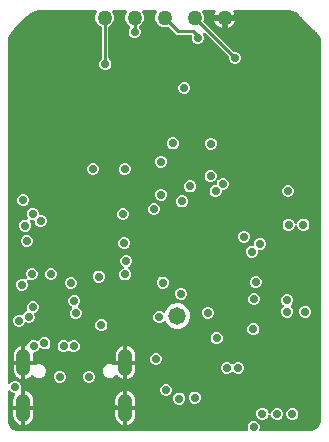
<source format=gbr>
G04 EAGLE Gerber RS-274X export*
G75*
%MOMM*%
%FSLAX34Y34*%
%LPD*%
%INBottom Copper*%
%IPPOS*%
%AMOC8*
5,1,8,0,0,1.08239X$1,22.5*%
G01*
%ADD10C,1.270000*%
%ADD11C,1.158000*%
%ADD12C,1.200000*%
%ADD13C,1.478000*%
%ADD14C,0.711200*%
%ADD15C,0.254000*%

G36*
X18294Y3812D02*
X18294Y3812D01*
X18316Y3811D01*
X20045Y3856D01*
X20054Y3852D01*
X20136Y3842D01*
X20216Y3821D01*
X20363Y3812D01*
X20370Y3811D01*
X20372Y3811D01*
X20377Y3811D01*
X210728Y3811D01*
X210778Y3817D01*
X210827Y3815D01*
X210935Y3837D01*
X211044Y3851D01*
X211090Y3869D01*
X211139Y3879D01*
X211237Y3927D01*
X211339Y3968D01*
X211380Y3997D01*
X211424Y4019D01*
X211508Y4090D01*
X211597Y4154D01*
X211628Y4193D01*
X211666Y4225D01*
X211729Y4315D01*
X211800Y4399D01*
X211821Y4444D01*
X211849Y4485D01*
X211888Y4588D01*
X211935Y4687D01*
X211944Y4736D01*
X211962Y4782D01*
X211974Y4892D01*
X211995Y4999D01*
X211992Y5049D01*
X211997Y5098D01*
X211982Y5207D01*
X211975Y5317D01*
X211960Y5364D01*
X211953Y5413D01*
X211901Y5566D01*
X211548Y6417D01*
X211548Y8438D01*
X212322Y10305D01*
X213751Y11735D01*
X215618Y12508D01*
X217640Y12508D01*
X219507Y11735D01*
X220936Y10305D01*
X221710Y8438D01*
X221710Y6417D01*
X221357Y5566D01*
X221344Y5518D01*
X221323Y5473D01*
X221302Y5365D01*
X221273Y5259D01*
X221273Y5209D01*
X221263Y5160D01*
X221270Y5051D01*
X221268Y4941D01*
X221280Y4893D01*
X221283Y4843D01*
X221317Y4739D01*
X221342Y4632D01*
X221366Y4588D01*
X221381Y4541D01*
X221440Y4448D01*
X221491Y4351D01*
X221525Y4314D01*
X221551Y4272D01*
X221631Y4197D01*
X221705Y4115D01*
X221747Y4088D01*
X221783Y4054D01*
X221879Y4001D01*
X221971Y3941D01*
X222018Y3924D01*
X222061Y3900D01*
X222167Y3873D01*
X222272Y3837D01*
X222321Y3833D01*
X222369Y3821D01*
X222530Y3811D01*
X256197Y3811D01*
X256198Y3811D01*
X256201Y3811D01*
X264486Y3834D01*
X264505Y3836D01*
X264523Y3835D01*
X264683Y3850D01*
X266186Y4090D01*
X266278Y4117D01*
X266372Y4135D01*
X266473Y4174D01*
X266491Y4179D01*
X266500Y4185D01*
X266522Y4193D01*
X269385Y5530D01*
X269516Y5612D01*
X269647Y5693D01*
X269652Y5698D01*
X269654Y5699D01*
X269660Y5705D01*
X269766Y5803D01*
X271950Y8086D01*
X272040Y8207D01*
X272134Y8333D01*
X272137Y8339D01*
X272139Y8341D01*
X272142Y8348D01*
X272205Y8478D01*
X273413Y11397D01*
X273439Y11490D01*
X273473Y11580D01*
X273492Y11686D01*
X273497Y11704D01*
X273497Y11715D01*
X273501Y11738D01*
X273681Y13304D01*
X273681Y13317D01*
X273689Y13449D01*
X273689Y335376D01*
X273677Y335472D01*
X273675Y335568D01*
X273652Y335672D01*
X273649Y335692D01*
X273645Y335702D01*
X273640Y335725D01*
X273136Y337486D01*
X273095Y337583D01*
X273061Y337684D01*
X273020Y337758D01*
X273011Y337778D01*
X273002Y337791D01*
X272982Y337825D01*
X270682Y341388D01*
X270613Y341470D01*
X270552Y341557D01*
X270491Y341615D01*
X270477Y341632D01*
X270464Y341641D01*
X270436Y341668D01*
X269873Y342145D01*
X269834Y342170D01*
X269800Y342203D01*
X269701Y342257D01*
X269607Y342318D01*
X269562Y342333D01*
X269521Y342356D01*
X269412Y342384D01*
X269335Y342410D01*
X268509Y343237D01*
X268482Y343257D01*
X268459Y343283D01*
X268333Y343383D01*
X267412Y344020D01*
X267371Y344150D01*
X267331Y344288D01*
X267323Y344301D01*
X267318Y344316D01*
X267242Y344438D01*
X267169Y344562D01*
X267155Y344578D01*
X267150Y344586D01*
X267137Y344599D01*
X267063Y344682D01*
X257607Y354138D01*
X257579Y354160D01*
X257555Y354187D01*
X257454Y354257D01*
X257356Y354333D01*
X257323Y354347D01*
X257293Y354368D01*
X257177Y354410D01*
X257100Y354444D01*
X256230Y355506D01*
X256216Y355519D01*
X256146Y355599D01*
X254978Y356768D01*
X254944Y356825D01*
X254876Y356902D01*
X254865Y356918D01*
X254856Y356925D01*
X254838Y356946D01*
X254308Y357477D01*
X254224Y357542D01*
X254146Y357614D01*
X254074Y357658D01*
X254057Y357672D01*
X254042Y357678D01*
X254009Y357699D01*
X249839Y359934D01*
X249739Y359973D01*
X249644Y360019D01*
X249562Y360041D01*
X249542Y360048D01*
X249526Y360050D01*
X249488Y360060D01*
X247282Y360502D01*
X247237Y360505D01*
X247194Y360516D01*
X247033Y360527D01*
X209933Y360527D01*
X209933Y360526D01*
X209932Y360527D01*
X200873Y360519D01*
X200859Y360517D01*
X200845Y360518D01*
X200702Y360497D01*
X200558Y360478D01*
X200545Y360473D01*
X200531Y360471D01*
X200397Y360415D01*
X200262Y360361D01*
X200251Y360353D01*
X200238Y360347D01*
X200122Y360259D01*
X200005Y360174D01*
X199996Y360163D01*
X199985Y360155D01*
X199895Y360041D01*
X199803Y359929D01*
X199797Y359916D01*
X199788Y359905D01*
X199729Y359773D01*
X199667Y359641D01*
X199665Y359627D01*
X199659Y359614D01*
X199635Y359471D01*
X199608Y359329D01*
X199609Y359315D01*
X199606Y359300D01*
X199619Y359156D01*
X199628Y359011D01*
X199632Y358998D01*
X199633Y358984D01*
X199681Y358847D01*
X199726Y358709D01*
X199734Y358697D01*
X199738Y358683D01*
X199819Y358544D01*
X200009Y358261D01*
X200679Y356643D01*
X200690Y356588D01*
X193400Y356588D01*
X193282Y356574D01*
X193163Y356566D01*
X193125Y356554D01*
X193084Y356549D01*
X192974Y356505D01*
X192861Y356468D01*
X192826Y356446D01*
X192789Y356432D01*
X192692Y356362D01*
X192592Y356298D01*
X192564Y356268D01*
X192531Y356245D01*
X192455Y356153D01*
X192374Y356066D01*
X192354Y356031D01*
X192329Y356000D01*
X192278Y355892D01*
X192220Y355788D01*
X192210Y355749D01*
X192193Y355712D01*
X192171Y355595D01*
X192141Y355480D01*
X192137Y355420D01*
X192133Y355400D01*
X192135Y355379D01*
X192131Y355319D01*
X192131Y354048D01*
X192129Y354048D01*
X192129Y355319D01*
X192114Y355437D01*
X192107Y355556D01*
X192094Y355595D01*
X192089Y355635D01*
X192045Y355745D01*
X192009Y355859D01*
X191987Y355893D01*
X191972Y355930D01*
X191902Y356027D01*
X191838Y356127D01*
X191809Y356155D01*
X191785Y356188D01*
X191694Y356264D01*
X191607Y356345D01*
X191571Y356365D01*
X191540Y356391D01*
X191433Y356441D01*
X191328Y356499D01*
X191289Y356509D01*
X191253Y356526D01*
X191136Y356548D01*
X191020Y356578D01*
X190960Y356582D01*
X190940Y356586D01*
X190920Y356585D01*
X190860Y356588D01*
X183570Y356588D01*
X183581Y356643D01*
X184251Y358261D01*
X184430Y358529D01*
X184437Y358542D01*
X184447Y358554D01*
X184508Y358685D01*
X184572Y358813D01*
X184576Y358828D01*
X184582Y358842D01*
X184609Y358983D01*
X184639Y359124D01*
X184639Y359140D01*
X184642Y359155D01*
X184633Y359298D01*
X184627Y359442D01*
X184623Y359457D01*
X184622Y359472D01*
X184577Y359609D01*
X184536Y359747D01*
X184528Y359760D01*
X184523Y359774D01*
X184446Y359896D01*
X184372Y360019D01*
X184361Y360030D01*
X184353Y360043D01*
X184248Y360142D01*
X184146Y360242D01*
X184132Y360250D01*
X184121Y360261D01*
X183994Y360330D01*
X183871Y360402D01*
X183856Y360406D01*
X183842Y360414D01*
X183702Y360450D01*
X183565Y360489D01*
X183549Y360489D01*
X183534Y360493D01*
X183374Y360503D01*
X174482Y360495D01*
X174433Y360489D01*
X174384Y360492D01*
X174276Y360469D01*
X174166Y360455D01*
X174121Y360437D01*
X174073Y360427D01*
X173973Y360379D01*
X173871Y360338D01*
X173831Y360309D01*
X173787Y360288D01*
X173703Y360216D01*
X173614Y360151D01*
X173582Y360113D01*
X173545Y360081D01*
X173481Y359991D01*
X173411Y359906D01*
X173390Y359861D01*
X173362Y359821D01*
X173323Y359718D01*
X173276Y359618D01*
X173266Y359570D01*
X173249Y359524D01*
X173237Y359414D01*
X173216Y359306D01*
X173219Y359257D01*
X173214Y359208D01*
X173229Y359098D01*
X173236Y358988D01*
X173251Y358941D01*
X173258Y358893D01*
X173310Y358740D01*
X174605Y355616D01*
X174605Y352483D01*
X174239Y351600D01*
X174231Y351572D01*
X174218Y351546D01*
X174189Y351419D01*
X174155Y351294D01*
X174155Y351264D01*
X174148Y351235D01*
X174152Y351106D01*
X174150Y350976D01*
X174157Y350947D01*
X174158Y350918D01*
X174194Y350793D01*
X174224Y350666D01*
X174238Y350640D01*
X174246Y350612D01*
X174312Y350500D01*
X174373Y350385D01*
X174393Y350364D01*
X174408Y350338D01*
X174514Y350217D01*
X199163Y325568D01*
X199242Y325507D01*
X199314Y325439D01*
X199367Y325410D01*
X199415Y325373D01*
X199506Y325334D01*
X199592Y325286D01*
X199651Y325271D01*
X199707Y325247D01*
X199805Y325231D01*
X199900Y325207D01*
X200000Y325200D01*
X200021Y325197D01*
X200033Y325198D01*
X200061Y325196D01*
X201997Y325196D01*
X203865Y324423D01*
X205294Y322994D01*
X206067Y321126D01*
X206067Y319105D01*
X205294Y317238D01*
X203865Y315808D01*
X201997Y315035D01*
X199976Y315035D01*
X198109Y315808D01*
X196679Y317238D01*
X195906Y319105D01*
X195906Y320395D01*
X195894Y320493D01*
X195891Y320592D01*
X195874Y320651D01*
X195866Y320711D01*
X195830Y320803D01*
X195802Y320898D01*
X195771Y320950D01*
X195749Y321006D01*
X195691Y321086D01*
X195641Y321172D01*
X195574Y321247D01*
X195562Y321264D01*
X195553Y321271D01*
X195534Y321293D01*
X175975Y340852D01*
X175920Y340894D01*
X175872Y340944D01*
X175795Y340991D01*
X175724Y341047D01*
X175660Y341074D01*
X175600Y341111D01*
X175515Y341137D01*
X175432Y341173D01*
X175363Y341184D01*
X175296Y341204D01*
X175207Y341209D01*
X175118Y341223D01*
X175048Y341216D01*
X174979Y341219D01*
X174891Y341201D01*
X174801Y341193D01*
X174736Y341169D01*
X174667Y341155D01*
X174587Y341116D01*
X174502Y341085D01*
X174444Y341046D01*
X174382Y341015D01*
X174313Y340957D01*
X174239Y340907D01*
X174193Y340854D01*
X174140Y340809D01*
X174088Y340736D01*
X174028Y340668D01*
X173997Y340606D01*
X173957Y340549D01*
X173925Y340465D01*
X173884Y340385D01*
X173869Y340317D01*
X173844Y340252D01*
X173834Y340162D01*
X173814Y340075D01*
X173816Y340005D01*
X173809Y339936D01*
X173821Y339847D01*
X173824Y339757D01*
X173843Y339690D01*
X173853Y339621D01*
X173905Y339468D01*
X174629Y337722D01*
X174629Y335700D01*
X173855Y333833D01*
X172426Y332404D01*
X170559Y331630D01*
X168537Y331630D01*
X166670Y332404D01*
X165241Y333833D01*
X164467Y335700D01*
X164467Y337722D01*
X164609Y338063D01*
X164622Y338111D01*
X164643Y338156D01*
X164664Y338264D01*
X164693Y338370D01*
X164693Y338420D01*
X164703Y338468D01*
X164696Y338578D01*
X164698Y338688D01*
X164686Y338736D01*
X164683Y338786D01*
X164649Y338890D01*
X164624Y338997D01*
X164600Y339041D01*
X164585Y339088D01*
X164526Y339181D01*
X164475Y339278D01*
X164441Y339315D01*
X164415Y339357D01*
X164335Y339432D01*
X164261Y339514D01*
X164219Y339541D01*
X164183Y339575D01*
X164087Y339628D01*
X163995Y339688D01*
X163948Y339705D01*
X163905Y339729D01*
X163798Y339756D01*
X163694Y339792D01*
X163645Y339796D01*
X163597Y339808D01*
X163436Y339818D01*
X151609Y339818D01*
X149600Y341827D01*
X145162Y346265D01*
X145138Y346283D01*
X145119Y346306D01*
X145013Y346380D01*
X144911Y346460D01*
X144883Y346472D01*
X144859Y346489D01*
X144738Y346535D01*
X144619Y346586D01*
X144590Y346591D01*
X144562Y346601D01*
X144433Y346616D01*
X144305Y346636D01*
X144275Y346633D01*
X144246Y346637D01*
X144117Y346618D01*
X143988Y346606D01*
X143960Y346596D01*
X143931Y346592D01*
X143779Y346540D01*
X142896Y346175D01*
X139763Y346175D01*
X136869Y347373D01*
X134654Y349589D01*
X133455Y352483D01*
X133455Y355616D01*
X134735Y358704D01*
X134748Y358753D01*
X134769Y358798D01*
X134790Y358906D01*
X134818Y359011D01*
X134819Y359062D01*
X134829Y359111D01*
X134822Y359220D01*
X134824Y359329D01*
X134812Y359378D01*
X134809Y359428D01*
X134775Y359532D01*
X134749Y359638D01*
X134726Y359683D01*
X134710Y359731D01*
X134652Y359823D01*
X134601Y359920D01*
X134567Y359957D01*
X134540Y359999D01*
X134460Y360074D01*
X134387Y360155D01*
X134345Y360182D01*
X134308Y360217D01*
X134212Y360270D01*
X134121Y360330D01*
X134074Y360346D01*
X134030Y360370D01*
X133923Y360397D01*
X133820Y360433D01*
X133770Y360437D01*
X133721Y360449D01*
X133561Y360459D01*
X123700Y360451D01*
X123651Y360445D01*
X123602Y360447D01*
X123494Y360425D01*
X123385Y360411D01*
X123339Y360393D01*
X123291Y360383D01*
X123192Y360334D01*
X123089Y360293D01*
X123049Y360264D01*
X123005Y360243D01*
X122921Y360171D01*
X122832Y360106D01*
X122801Y360068D01*
X122763Y360037D01*
X122700Y359946D01*
X122629Y359861D01*
X122608Y359817D01*
X122580Y359776D01*
X122541Y359673D01*
X122494Y359573D01*
X122485Y359525D01*
X122467Y359479D01*
X122455Y359369D01*
X122435Y359261D01*
X122438Y359212D01*
X122432Y359163D01*
X122448Y359054D01*
X122455Y358944D01*
X122470Y358897D01*
X122477Y358848D01*
X122529Y358696D01*
X123805Y355616D01*
X123805Y352483D01*
X122606Y349589D01*
X120391Y347373D01*
X120295Y347334D01*
X120252Y347309D01*
X120205Y347292D01*
X120114Y347231D01*
X120019Y347176D01*
X119983Y347142D01*
X119942Y347114D01*
X119869Y347032D01*
X119790Y346955D01*
X119764Y346913D01*
X119732Y346875D01*
X119682Y346778D01*
X119624Y346684D01*
X119610Y346636D01*
X119587Y346592D01*
X119563Y346485D01*
X119531Y346380D01*
X119528Y346330D01*
X119517Y346282D01*
X119521Y346172D01*
X119515Y346062D01*
X119526Y346014D01*
X119527Y345964D01*
X119558Y345859D01*
X119580Y345751D01*
X119602Y345706D01*
X119615Y345659D01*
X119671Y345564D01*
X119719Y345465D01*
X119752Y345427D01*
X119777Y345385D01*
X119883Y345264D01*
X120248Y344899D01*
X121022Y343031D01*
X121022Y341010D01*
X120248Y339143D01*
X118819Y337713D01*
X116952Y336940D01*
X114931Y336940D01*
X113063Y337713D01*
X111634Y339143D01*
X110860Y341010D01*
X110860Y343031D01*
X111634Y344899D01*
X111992Y345257D01*
X112023Y345297D01*
X112060Y345330D01*
X112120Y345421D01*
X112187Y345508D01*
X112207Y345554D01*
X112234Y345596D01*
X112270Y345699D01*
X112314Y345800D01*
X112321Y345850D01*
X112338Y345896D01*
X112346Y346006D01*
X112363Y346114D01*
X112359Y346164D01*
X112363Y346213D01*
X112344Y346321D01*
X112334Y346431D01*
X112317Y346478D01*
X112308Y346527D01*
X112263Y346627D01*
X112226Y346730D01*
X112198Y346771D01*
X112178Y346817D01*
X112109Y346902D01*
X112047Y346993D01*
X112010Y347026D01*
X111979Y347065D01*
X111891Y347131D01*
X111809Y347204D01*
X111765Y347227D01*
X111725Y347256D01*
X111581Y347327D01*
X111469Y347373D01*
X109254Y349589D01*
X108055Y352483D01*
X108055Y355616D01*
X109325Y358682D01*
X109339Y358731D01*
X109360Y358776D01*
X109380Y358884D01*
X109409Y358989D01*
X109410Y359039D01*
X109419Y359088D01*
X109413Y359197D01*
X109414Y359307D01*
X109403Y359356D01*
X109399Y359406D01*
X109366Y359510D01*
X109340Y359616D01*
X109317Y359661D01*
X109301Y359708D01*
X109243Y359801D01*
X109191Y359897D01*
X109158Y359934D01*
X109131Y359977D01*
X109051Y360052D01*
X108978Y360133D01*
X108935Y360160D01*
X108899Y360195D01*
X108803Y360247D01*
X108712Y360307D01*
X108664Y360324D01*
X108620Y360348D01*
X108514Y360375D01*
X108411Y360411D01*
X108361Y360415D01*
X108312Y360427D01*
X108152Y360437D01*
X98309Y360428D01*
X98261Y360422D01*
X98212Y360425D01*
X98104Y360402D01*
X97994Y360388D01*
X97948Y360370D01*
X97900Y360360D01*
X97801Y360312D01*
X97698Y360271D01*
X97659Y360242D01*
X97615Y360221D01*
X97530Y360149D01*
X97441Y360084D01*
X97410Y360046D01*
X97373Y360014D01*
X97309Y359924D01*
X97239Y359839D01*
X97218Y359794D01*
X97189Y359754D01*
X97150Y359651D01*
X97103Y359551D01*
X97094Y359503D01*
X97077Y359457D01*
X97064Y359347D01*
X97044Y359239D01*
X97047Y359190D01*
X97041Y359141D01*
X97057Y359031D01*
X97064Y358921D01*
X97079Y358874D01*
X97086Y358826D01*
X97138Y358673D01*
X98405Y355616D01*
X98405Y352483D01*
X97206Y349589D01*
X94991Y347373D01*
X94614Y347218D01*
X94589Y347203D01*
X94561Y347194D01*
X94451Y347124D01*
X94338Y347060D01*
X94317Y347040D01*
X94292Y347024D01*
X94203Y346929D01*
X94110Y346839D01*
X94094Y346814D01*
X94074Y346792D01*
X94011Y346678D01*
X93943Y346568D01*
X93935Y346539D01*
X93920Y346514D01*
X93888Y346388D01*
X93850Y346264D01*
X93848Y346234D01*
X93841Y346206D01*
X93831Y346045D01*
X93831Y319927D01*
X93843Y319829D01*
X93846Y319730D01*
X93863Y319672D01*
X93871Y319611D01*
X93907Y319519D01*
X93935Y319424D01*
X93965Y319372D01*
X93988Y319316D01*
X94046Y319236D01*
X94096Y319150D01*
X94163Y319075D01*
X94175Y319058D01*
X94184Y319051D01*
X94203Y319029D01*
X95581Y317651D01*
X96355Y315783D01*
X96355Y313762D01*
X95581Y311895D01*
X94152Y310465D01*
X92285Y309692D01*
X90263Y309692D01*
X88396Y310465D01*
X86967Y311895D01*
X86193Y313762D01*
X86193Y315783D01*
X86967Y317651D01*
X87870Y318553D01*
X87930Y318632D01*
X87998Y318704D01*
X88027Y318757D01*
X88065Y318805D01*
X88104Y318896D01*
X88152Y318982D01*
X88167Y319041D01*
X88191Y319097D01*
X88206Y319195D01*
X88231Y319290D01*
X88237Y319390D01*
X88241Y319411D01*
X88240Y319423D01*
X88241Y319451D01*
X88241Y345626D01*
X88238Y345655D01*
X88240Y345684D01*
X88218Y345812D01*
X88201Y345941D01*
X88191Y345969D01*
X88186Y345998D01*
X88132Y346116D01*
X88084Y346237D01*
X88067Y346261D01*
X88055Y346288D01*
X87974Y346389D01*
X87898Y346494D01*
X87875Y346513D01*
X87856Y346536D01*
X87753Y346614D01*
X87653Y346697D01*
X87626Y346710D01*
X87602Y346727D01*
X87458Y346798D01*
X86069Y347373D01*
X83854Y349589D01*
X82655Y352483D01*
X82655Y355616D01*
X83916Y358660D01*
X83929Y358708D01*
X83951Y358754D01*
X83971Y358861D01*
X84000Y358967D01*
X84001Y359017D01*
X84010Y359066D01*
X84003Y359175D01*
X84005Y359285D01*
X83993Y359333D01*
X83990Y359384D01*
X83956Y359487D01*
X83931Y359594D01*
X83907Y359638D01*
X83892Y359686D01*
X83833Y359778D01*
X83782Y359875D01*
X83748Y359912D01*
X83721Y359954D01*
X83642Y360029D01*
X83568Y360110D01*
X83526Y360138D01*
X83490Y360172D01*
X83394Y360225D01*
X83303Y360285D01*
X83255Y360301D01*
X83211Y360326D01*
X83105Y360353D01*
X83002Y360388D01*
X82952Y360392D01*
X82903Y360405D01*
X82742Y360415D01*
X72090Y360405D01*
X72077Y360404D01*
X69999Y360404D01*
X69998Y360404D01*
X67929Y360402D01*
X67923Y360403D01*
X67913Y360402D01*
X67908Y360402D01*
X67883Y360403D01*
X38244Y360400D01*
X38242Y360400D01*
X36139Y360400D01*
X36119Y360397D01*
X36056Y360397D01*
X34109Y360269D01*
X34066Y360261D01*
X34021Y360261D01*
X33864Y360229D01*
X30101Y359221D01*
X30022Y359188D01*
X29940Y359165D01*
X29817Y359105D01*
X29807Y359101D01*
X29803Y359098D01*
X29795Y359094D01*
X26422Y357147D01*
X26387Y357120D01*
X26348Y357100D01*
X26220Y357002D01*
X24753Y355715D01*
X24739Y355699D01*
X24692Y355658D01*
X15104Y346070D01*
X15050Y346000D01*
X14988Y345937D01*
X14953Y345876D01*
X13637Y344602D01*
X13632Y344597D01*
X13621Y344587D01*
X13581Y344547D01*
X13571Y344534D01*
X13539Y344502D01*
X12225Y343054D01*
X12199Y343018D01*
X12168Y342987D01*
X12076Y342854D01*
X10054Y339482D01*
X10019Y339404D01*
X9976Y339330D01*
X9930Y339201D01*
X9925Y339191D01*
X9925Y339187D01*
X9922Y339178D01*
X8840Y335398D01*
X8834Y335354D01*
X8819Y335312D01*
X8796Y335153D01*
X8635Y333198D01*
X8636Y333176D01*
X8630Y333094D01*
X8630Y45400D01*
X8648Y45262D01*
X8661Y45124D01*
X8668Y45105D01*
X8670Y45085D01*
X8722Y44955D01*
X8769Y44825D01*
X8780Y44808D01*
X8787Y44789D01*
X8869Y44677D01*
X8947Y44561D01*
X8962Y44548D01*
X8974Y44532D01*
X9081Y44443D01*
X9186Y44351D01*
X9204Y44342D01*
X9219Y44329D01*
X9345Y44270D01*
X9469Y44206D01*
X9489Y44202D01*
X9507Y44193D01*
X9643Y44167D01*
X9779Y44137D01*
X9799Y44137D01*
X9819Y44134D01*
X9958Y44142D01*
X10097Y44146D01*
X10117Y44152D01*
X10137Y44153D01*
X10269Y44196D01*
X10402Y44235D01*
X10420Y44245D01*
X10439Y44251D01*
X10557Y44326D01*
X10676Y44396D01*
X10697Y44415D01*
X10708Y44421D01*
X10722Y44436D01*
X10797Y44503D01*
X12033Y45739D01*
X13900Y46512D01*
X15922Y46512D01*
X17789Y45739D01*
X19218Y44309D01*
X19992Y42442D01*
X19992Y40421D01*
X19884Y40160D01*
X19871Y40112D01*
X19849Y40067D01*
X19829Y39959D01*
X19800Y39853D01*
X19799Y39803D01*
X19790Y39754D01*
X19796Y39645D01*
X19795Y39535D01*
X19806Y39487D01*
X19809Y39437D01*
X19843Y39333D01*
X19869Y39226D01*
X19892Y39182D01*
X19907Y39135D01*
X19966Y39042D01*
X20018Y38945D01*
X20051Y38908D01*
X20078Y38866D01*
X20136Y38811D01*
X20136Y25488D01*
X13219Y25488D01*
X13219Y30705D01*
X13548Y32355D01*
X14191Y33910D01*
X14546Y34441D01*
X14584Y34517D01*
X14631Y34587D01*
X14655Y34658D01*
X14689Y34726D01*
X14706Y34808D01*
X14734Y34888D01*
X14740Y34963D01*
X14756Y35036D01*
X14752Y35121D01*
X14759Y35205D01*
X14746Y35279D01*
X14743Y35354D01*
X14719Y35435D01*
X14705Y35518D01*
X14674Y35587D01*
X14652Y35659D01*
X14609Y35731D01*
X14574Y35808D01*
X14527Y35867D01*
X14488Y35932D01*
X14428Y35991D01*
X14375Y36057D01*
X14315Y36102D01*
X14262Y36155D01*
X14189Y36197D01*
X14121Y36248D01*
X13995Y36310D01*
X13987Y36315D01*
X13983Y36316D01*
X13977Y36319D01*
X12033Y37124D01*
X10797Y38360D01*
X10688Y38445D01*
X10580Y38534D01*
X10562Y38542D01*
X10546Y38555D01*
X10418Y38610D01*
X10293Y38669D01*
X10273Y38673D01*
X10254Y38681D01*
X10116Y38703D01*
X9980Y38729D01*
X9960Y38728D01*
X9940Y38731D01*
X9801Y38718D01*
X9663Y38709D01*
X9644Y38703D01*
X9623Y38701D01*
X9492Y38654D01*
X9360Y38611D01*
X9343Y38600D01*
X9324Y38594D01*
X9209Y38516D01*
X9092Y38441D01*
X9078Y38426D01*
X9061Y38415D01*
X8969Y38311D01*
X8874Y38210D01*
X8864Y38192D01*
X8850Y38177D01*
X8787Y38052D01*
X8720Y37931D01*
X8715Y37911D01*
X8706Y37893D01*
X8675Y37758D01*
X8641Y37623D01*
X8639Y37595D01*
X8636Y37583D01*
X8637Y37563D01*
X8630Y37462D01*
X8630Y12961D01*
X8631Y12958D01*
X8640Y12803D01*
X8836Y11240D01*
X8843Y11210D01*
X8844Y11189D01*
X8862Y11134D01*
X8880Y11032D01*
X8909Y10953D01*
X8914Y10931D01*
X8922Y10918D01*
X8936Y10881D01*
X10222Y7990D01*
X10227Y7982D01*
X10230Y7973D01*
X10310Y7845D01*
X10387Y7718D01*
X10394Y7711D01*
X10399Y7703D01*
X10508Y7585D01*
X12804Y5407D01*
X12811Y5401D01*
X12817Y5394D01*
X12878Y5351D01*
X12907Y5323D01*
X12947Y5301D01*
X13060Y5218D01*
X13068Y5215D01*
X13076Y5209D01*
X13222Y5142D01*
X16177Y4008D01*
X16280Y3982D01*
X16381Y3949D01*
X16464Y3937D01*
X16485Y3932D01*
X16501Y3932D01*
X16540Y3927D01*
X18102Y3814D01*
X18124Y3815D01*
X18194Y3811D01*
X18283Y3811D01*
X18294Y3812D01*
G37*
%LPC*%
G36*
X149944Y90901D02*
X149944Y90901D01*
X146014Y92529D01*
X143006Y95537D01*
X142597Y96525D01*
X142573Y96568D01*
X142556Y96615D01*
X142494Y96706D01*
X142440Y96801D01*
X142405Y96837D01*
X142377Y96878D01*
X142295Y96951D01*
X142218Y97029D01*
X142176Y97055D01*
X142139Y97088D01*
X142041Y97138D01*
X141947Y97196D01*
X141900Y97210D01*
X141856Y97233D01*
X141748Y97257D01*
X141643Y97289D01*
X141594Y97292D01*
X141545Y97303D01*
X141436Y97299D01*
X141326Y97304D01*
X141277Y97294D01*
X141227Y97293D01*
X141122Y97262D01*
X141014Y97240D01*
X140970Y97218D01*
X140922Y97205D01*
X140827Y97149D01*
X140729Y97100D01*
X140691Y97068D01*
X140648Y97043D01*
X140527Y96937D01*
X139800Y96210D01*
X137933Y95436D01*
X135911Y95436D01*
X134044Y96210D01*
X132615Y97639D01*
X131841Y99506D01*
X131841Y101528D01*
X132615Y103395D01*
X134044Y104824D01*
X135911Y105598D01*
X137933Y105598D01*
X139800Y104824D01*
X139896Y104728D01*
X139936Y104698D01*
X139969Y104661D01*
X140061Y104601D01*
X140148Y104533D01*
X140193Y104513D01*
X140235Y104486D01*
X140338Y104450D01*
X140439Y104407D01*
X140489Y104399D01*
X140535Y104383D01*
X140645Y104374D01*
X140753Y104357D01*
X140803Y104362D01*
X140852Y104358D01*
X140960Y104376D01*
X141070Y104387D01*
X141117Y104404D01*
X141166Y104412D01*
X141266Y104457D01*
X141369Y104494D01*
X141411Y104522D01*
X141456Y104543D01*
X141542Y104611D01*
X141632Y104673D01*
X141665Y104710D01*
X141704Y104741D01*
X141770Y104829D01*
X141843Y104911D01*
X141866Y104956D01*
X141895Y104995D01*
X141966Y105140D01*
X143006Y107651D01*
X146014Y110659D01*
X149944Y112287D01*
X154198Y112287D01*
X158128Y110659D01*
X161136Y107651D01*
X162764Y103721D01*
X162764Y99467D01*
X161136Y95537D01*
X158128Y92529D01*
X154198Y90901D01*
X149944Y90901D01*
G37*
%LPD*%
%LPC*%
G36*
X22302Y173043D02*
X22302Y173043D01*
X20435Y173817D01*
X19005Y175246D01*
X18232Y177113D01*
X18232Y179135D01*
X19005Y181002D01*
X20435Y182431D01*
X22302Y183205D01*
X24275Y183205D01*
X24325Y183211D01*
X24374Y183209D01*
X24482Y183231D01*
X24591Y183245D01*
X24637Y183263D01*
X24686Y183273D01*
X24784Y183321D01*
X24887Y183362D01*
X24927Y183391D01*
X24971Y183413D01*
X25055Y183484D01*
X25144Y183549D01*
X25176Y183587D01*
X25213Y183619D01*
X25277Y183709D01*
X25347Y183794D01*
X25368Y183839D01*
X25397Y183879D01*
X25435Y183982D01*
X25482Y184081D01*
X25492Y184130D01*
X25509Y184176D01*
X25521Y184286D01*
X25542Y184394D01*
X25539Y184443D01*
X25544Y184493D01*
X25529Y184602D01*
X25522Y184711D01*
X25507Y184758D01*
X25500Y184807D01*
X25448Y184960D01*
X24590Y187030D01*
X24590Y189051D01*
X25364Y190919D01*
X26793Y192348D01*
X28660Y193121D01*
X30682Y193121D01*
X32549Y192348D01*
X33978Y190919D01*
X34752Y189051D01*
X34752Y188477D01*
X34767Y188359D01*
X34774Y188240D01*
X34787Y188201D01*
X34792Y188161D01*
X34836Y188051D01*
X34872Y187937D01*
X34894Y187903D01*
X34909Y187866D01*
X34979Y187769D01*
X35042Y187669D01*
X35072Y187641D01*
X35096Y187608D01*
X35187Y187532D01*
X35274Y187451D01*
X35309Y187431D01*
X35341Y187405D01*
X35448Y187355D01*
X35553Y187297D01*
X35592Y187287D01*
X35628Y187270D01*
X35745Y187248D01*
X35860Y187218D01*
X35921Y187214D01*
X35941Y187210D01*
X35961Y187211D01*
X36021Y187208D01*
X37351Y187208D01*
X39219Y186434D01*
X40648Y185005D01*
X41421Y183138D01*
X41421Y181116D01*
X40648Y179249D01*
X39219Y177820D01*
X37351Y177046D01*
X35330Y177046D01*
X33463Y177820D01*
X32033Y179249D01*
X31260Y181116D01*
X31260Y181691D01*
X31245Y181809D01*
X31238Y181928D01*
X31225Y181966D01*
X31220Y182006D01*
X31176Y182117D01*
X31139Y182230D01*
X31118Y182264D01*
X31103Y182302D01*
X31033Y182398D01*
X30969Y182499D01*
X30940Y182527D01*
X30916Y182559D01*
X30824Y182635D01*
X30738Y182717D01*
X30702Y182736D01*
X30671Y182762D01*
X30563Y182813D01*
X30459Y182870D01*
X30420Y182880D01*
X30383Y182898D01*
X30267Y182920D01*
X30151Y182950D01*
X30091Y182954D01*
X30071Y182957D01*
X30051Y182956D01*
X29991Y182960D01*
X28708Y182960D01*
X28659Y182954D01*
X28610Y182956D01*
X28502Y182934D01*
X28393Y182920D01*
X28347Y182902D01*
X28298Y182892D01*
X28200Y182844D01*
X28097Y182803D01*
X28057Y182774D01*
X28012Y182752D01*
X27929Y182681D01*
X27840Y182616D01*
X27808Y182578D01*
X27770Y182546D01*
X27707Y182456D01*
X27637Y182371D01*
X27616Y182326D01*
X27587Y182286D01*
X27548Y182183D01*
X27502Y182084D01*
X27492Y182035D01*
X27475Y181988D01*
X27462Y181879D01*
X27442Y181771D01*
X27445Y181722D01*
X27439Y181672D01*
X27455Y181563D01*
X27462Y181454D01*
X27477Y181407D01*
X27484Y181357D01*
X27536Y181205D01*
X28393Y179135D01*
X28393Y177113D01*
X27620Y175246D01*
X26191Y173817D01*
X24323Y173043D01*
X22302Y173043D01*
G37*
%LPD*%
%LPC*%
G36*
X183476Y202081D02*
X183476Y202081D01*
X181609Y202855D01*
X180179Y204284D01*
X179406Y206151D01*
X179406Y208173D01*
X180179Y210040D01*
X181609Y211469D01*
X183476Y212243D01*
X184447Y212243D01*
X184565Y212258D01*
X184684Y212265D01*
X184723Y212278D01*
X184763Y212283D01*
X184874Y212326D01*
X184987Y212363D01*
X185021Y212385D01*
X185058Y212400D01*
X185155Y212470D01*
X185255Y212533D01*
X185283Y212563D01*
X185316Y212587D01*
X185392Y212678D01*
X185473Y212765D01*
X185493Y212800D01*
X185519Y212831D01*
X185569Y212939D01*
X185627Y213043D01*
X185637Y213083D01*
X185654Y213119D01*
X185676Y213236D01*
X185706Y213351D01*
X185710Y213412D01*
X185714Y213432D01*
X185713Y213452D01*
X185716Y213512D01*
X185716Y214268D01*
X186030Y215025D01*
X186048Y215092D01*
X186076Y215156D01*
X186090Y215245D01*
X186114Y215332D01*
X186115Y215401D01*
X186126Y215470D01*
X186117Y215560D01*
X186119Y215650D01*
X186103Y215718D01*
X186096Y215787D01*
X186066Y215871D01*
X186045Y215959D01*
X186012Y216020D01*
X185988Y216086D01*
X185938Y216161D01*
X185896Y216240D01*
X185849Y216292D01*
X185810Y216349D01*
X185742Y216409D01*
X185682Y216475D01*
X185624Y216514D01*
X185571Y216560D01*
X185491Y216601D01*
X185416Y216650D01*
X185350Y216673D01*
X185288Y216704D01*
X185201Y216724D01*
X185116Y216753D01*
X185046Y216759D01*
X184978Y216774D01*
X184888Y216771D01*
X184799Y216778D01*
X184730Y216766D01*
X184660Y216764D01*
X184574Y216739D01*
X184485Y216724D01*
X184422Y216695D01*
X184354Y216676D01*
X184277Y216630D01*
X184195Y216593D01*
X184141Y216550D01*
X184081Y216514D01*
X183960Y216408D01*
X183164Y215612D01*
X181297Y214839D01*
X179275Y214839D01*
X177408Y215612D01*
X175979Y217041D01*
X175205Y218909D01*
X175205Y220930D01*
X175979Y222797D01*
X177408Y224227D01*
X179275Y225000D01*
X181297Y225000D01*
X183164Y224227D01*
X184593Y222797D01*
X185367Y220930D01*
X185367Y218909D01*
X185053Y218152D01*
X185035Y218085D01*
X185007Y218021D01*
X184993Y217932D01*
X184969Y217846D01*
X184968Y217776D01*
X184957Y217707D01*
X184966Y217617D01*
X184964Y217528D01*
X184981Y217460D01*
X184987Y217390D01*
X185018Y217306D01*
X185038Y217218D01*
X185071Y217157D01*
X185095Y217091D01*
X185145Y217016D01*
X185187Y216937D01*
X185234Y216886D01*
X185273Y216828D01*
X185341Y216768D01*
X185401Y216702D01*
X185459Y216663D01*
X185512Y216617D01*
X185592Y216576D01*
X185667Y216527D01*
X185733Y216504D01*
X185795Y216473D01*
X185883Y216453D01*
X185968Y216424D01*
X186037Y216418D01*
X186105Y216403D01*
X186195Y216406D01*
X186285Y216399D01*
X186353Y216411D01*
X186423Y216413D01*
X186510Y216438D01*
X186598Y216453D01*
X186662Y216482D01*
X186729Y216501D01*
X186806Y216547D01*
X186888Y216584D01*
X186942Y216627D01*
X187003Y216663D01*
X187123Y216769D01*
X187919Y217565D01*
X189787Y218338D01*
X191808Y218338D01*
X193675Y217565D01*
X195104Y216136D01*
X195878Y214268D01*
X195878Y212247D01*
X195104Y210380D01*
X193675Y208950D01*
X191808Y208177D01*
X190837Y208177D01*
X190718Y208162D01*
X190600Y208155D01*
X190561Y208142D01*
X190521Y208137D01*
X190410Y208093D01*
X190297Y208057D01*
X190263Y208035D01*
X190225Y208020D01*
X190129Y207950D01*
X190029Y207886D01*
X190001Y207857D01*
X189968Y207833D01*
X189892Y207741D01*
X189811Y207655D01*
X189791Y207619D01*
X189765Y207588D01*
X189715Y207481D01*
X189657Y207376D01*
X189647Y207337D01*
X189630Y207300D01*
X189607Y207184D01*
X189578Y207068D01*
X189574Y207008D01*
X189570Y206988D01*
X189571Y206975D01*
X189570Y206971D01*
X189571Y206959D01*
X189567Y206908D01*
X189567Y206151D01*
X188794Y204284D01*
X187365Y202855D01*
X185497Y202081D01*
X183476Y202081D01*
G37*
%LPD*%
%LPC*%
G36*
X17118Y92550D02*
X17118Y92550D01*
X15251Y93324D01*
X13821Y94753D01*
X13048Y96620D01*
X13048Y98642D01*
X13821Y100509D01*
X15251Y101938D01*
X17118Y102712D01*
X19139Y102712D01*
X20089Y102318D01*
X20203Y102287D01*
X20316Y102248D01*
X20356Y102245D01*
X20395Y102234D01*
X20515Y102232D01*
X20633Y102223D01*
X20673Y102230D01*
X20713Y102229D01*
X20829Y102257D01*
X20946Y102277D01*
X20983Y102294D01*
X21023Y102303D01*
X21128Y102359D01*
X21236Y102408D01*
X21268Y102433D01*
X21304Y102452D01*
X21392Y102532D01*
X21485Y102607D01*
X21509Y102639D01*
X21539Y102666D01*
X21604Y102765D01*
X21676Y102861D01*
X21703Y102915D01*
X21714Y102932D01*
X21721Y102951D01*
X21747Y103005D01*
X22045Y103724D01*
X23474Y105153D01*
X24450Y105558D01*
X24554Y105617D01*
X24660Y105669D01*
X24691Y105695D01*
X24726Y105715D01*
X24812Y105798D01*
X24902Y105875D01*
X24926Y105908D01*
X24955Y105936D01*
X25017Y106038D01*
X25085Y106135D01*
X25100Y106173D01*
X25121Y106207D01*
X25156Y106321D01*
X25198Y106433D01*
X25203Y106473D01*
X25215Y106511D01*
X25220Y106630D01*
X25233Y106749D01*
X25228Y106789D01*
X25230Y106829D01*
X25206Y106946D01*
X25189Y107064D01*
X25169Y107120D01*
X25165Y107140D01*
X25156Y107159D01*
X25137Y107216D01*
X24827Y107963D01*
X24827Y109985D01*
X25601Y111852D01*
X27030Y113281D01*
X28897Y114055D01*
X30919Y114055D01*
X32786Y113281D01*
X34215Y111852D01*
X34989Y109985D01*
X34989Y107963D01*
X34215Y106096D01*
X32786Y104667D01*
X31810Y104262D01*
X31706Y104203D01*
X31600Y104151D01*
X31569Y104125D01*
X31534Y104105D01*
X31448Y104022D01*
X31358Y103945D01*
X31334Y103912D01*
X31305Y103884D01*
X31243Y103782D01*
X31175Y103685D01*
X31160Y103647D01*
X31139Y103613D01*
X31104Y103499D01*
X31062Y103387D01*
X31057Y103347D01*
X31045Y103309D01*
X31040Y103190D01*
X31027Y103071D01*
X31032Y103031D01*
X31030Y102991D01*
X31054Y102874D01*
X31071Y102756D01*
X31091Y102700D01*
X31095Y102680D01*
X31104Y102661D01*
X31123Y102604D01*
X31433Y101857D01*
X31433Y99835D01*
X30659Y97968D01*
X29230Y96539D01*
X27363Y95765D01*
X25341Y95765D01*
X24392Y96159D01*
X24277Y96190D01*
X24164Y96229D01*
X24124Y96232D01*
X24085Y96243D01*
X23966Y96244D01*
X23847Y96254D01*
X23808Y96247D01*
X23767Y96248D01*
X23651Y96220D01*
X23534Y96199D01*
X23497Y96183D01*
X23458Y96173D01*
X23353Y96118D01*
X23244Y96069D01*
X23212Y96044D01*
X23177Y96025D01*
X23089Y95945D01*
X22996Y95870D01*
X22971Y95838D01*
X22941Y95811D01*
X22876Y95711D01*
X22804Y95616D01*
X22778Y95562D01*
X22767Y95545D01*
X22760Y95526D01*
X22733Y95472D01*
X22436Y94753D01*
X21006Y93324D01*
X19139Y92550D01*
X17118Y92550D01*
G37*
%LPD*%
%LPC*%
G36*
X23384Y63738D02*
X23384Y63738D01*
X23384Y76075D01*
X23825Y75987D01*
X23980Y75976D01*
X24131Y75964D01*
X24136Y75965D01*
X24142Y75965D01*
X24294Y75993D01*
X24444Y76019D01*
X24449Y76021D01*
X24455Y76022D01*
X24596Y76087D01*
X24734Y76149D01*
X24739Y76153D01*
X24744Y76155D01*
X24863Y76252D01*
X24983Y76348D01*
X24986Y76352D01*
X24990Y76356D01*
X25081Y76478D01*
X25174Y76602D01*
X25177Y76609D01*
X25179Y76611D01*
X25183Y76620D01*
X25245Y76746D01*
X26109Y78832D01*
X27538Y80261D01*
X29405Y81035D01*
X31427Y81035D01*
X33450Y80197D01*
X33465Y80187D01*
X33516Y80169D01*
X33527Y80165D01*
X33539Y80161D01*
X33568Y80152D01*
X33668Y80108D01*
X33718Y80100D01*
X33766Y80084D01*
X33874Y80075D01*
X33982Y80058D01*
X34032Y80062D01*
X34083Y80058D01*
X34190Y80077D01*
X34298Y80087D01*
X34346Y80104D01*
X34396Y80113D01*
X34496Y80158D01*
X34598Y80194D01*
X34640Y80223D01*
X34686Y80243D01*
X34771Y80311D01*
X34861Y80373D01*
X34895Y80411D01*
X34934Y80442D01*
X35000Y80529D01*
X35072Y80611D01*
X35095Y80656D01*
X35126Y80696D01*
X35197Y80841D01*
X35353Y81218D01*
X36782Y82647D01*
X38649Y83421D01*
X40671Y83421D01*
X42538Y82647D01*
X43967Y81218D01*
X44741Y79351D01*
X44741Y77329D01*
X43967Y75462D01*
X42538Y74033D01*
X40671Y73259D01*
X38649Y73259D01*
X36626Y74097D01*
X36611Y74107D01*
X36560Y74125D01*
X36549Y74129D01*
X36537Y74133D01*
X36508Y74142D01*
X36408Y74186D01*
X36358Y74194D01*
X36310Y74210D01*
X36202Y74219D01*
X36094Y74236D01*
X36044Y74232D01*
X35993Y74236D01*
X35886Y74217D01*
X35778Y74207D01*
X35730Y74190D01*
X35680Y74181D01*
X35581Y74136D01*
X35478Y74100D01*
X35436Y74071D01*
X35390Y74051D01*
X35305Y73983D01*
X35215Y73922D01*
X35181Y73884D01*
X35142Y73852D01*
X35076Y73765D01*
X35004Y73683D01*
X34981Y73638D01*
X34950Y73598D01*
X34880Y73453D01*
X34723Y73076D01*
X33294Y71647D01*
X31427Y70873D01*
X31210Y70873D01*
X31126Y70863D01*
X31042Y70862D01*
X30969Y70843D01*
X30894Y70833D01*
X30816Y70802D01*
X30734Y70781D01*
X30669Y70744D01*
X30599Y70716D01*
X30530Y70667D01*
X30457Y70626D01*
X30402Y70574D01*
X30341Y70530D01*
X30287Y70464D01*
X30226Y70406D01*
X30186Y70343D01*
X30139Y70285D01*
X30103Y70208D01*
X30058Y70137D01*
X30035Y70065D01*
X30003Y69997D01*
X29987Y69914D01*
X29962Y69833D01*
X29957Y69758D01*
X29943Y69685D01*
X29948Y69600D01*
X29944Y69516D01*
X29962Y69376D01*
X29963Y69367D01*
X29964Y69364D01*
X29965Y69356D01*
X30091Y68725D01*
X30091Y63738D01*
X23384Y63738D01*
G37*
%LPD*%
%LPC*%
G36*
X23384Y60490D02*
X23384Y60490D01*
X30162Y60490D01*
X30207Y60397D01*
X30248Y60295D01*
X30277Y60255D01*
X30299Y60210D01*
X30370Y60127D01*
X30434Y60038D01*
X30473Y60006D01*
X30505Y59968D01*
X30595Y59905D01*
X30679Y59835D01*
X30724Y59814D01*
X30765Y59785D01*
X30868Y59746D01*
X30967Y59699D01*
X31016Y59690D01*
X31062Y59672D01*
X31172Y59660D01*
X31279Y59640D01*
X31329Y59643D01*
X31378Y59637D01*
X31487Y59652D01*
X31597Y59659D01*
X31644Y59675D01*
X31693Y59682D01*
X31846Y59734D01*
X33828Y60555D01*
X36092Y60555D01*
X38184Y59688D01*
X39784Y58088D01*
X40651Y55996D01*
X40651Y53732D01*
X39784Y51640D01*
X38184Y50040D01*
X36092Y49173D01*
X33828Y49173D01*
X31736Y50040D01*
X30339Y51438D01*
X30272Y51489D01*
X30212Y51549D01*
X30147Y51586D01*
X30087Y51632D01*
X30010Y51666D01*
X29937Y51708D01*
X29864Y51729D01*
X29795Y51759D01*
X29712Y51772D01*
X29631Y51795D01*
X29556Y51797D01*
X29481Y51809D01*
X29397Y51801D01*
X29313Y51803D01*
X29240Y51786D01*
X29165Y51779D01*
X29085Y51750D01*
X29003Y51731D01*
X28936Y51697D01*
X28865Y51671D01*
X28796Y51624D01*
X28721Y51585D01*
X28665Y51535D01*
X28602Y51493D01*
X28546Y51429D01*
X28483Y51373D01*
X28398Y51261D01*
X28392Y51254D01*
X28390Y51251D01*
X28386Y51245D01*
X28231Y51013D01*
X27071Y49853D01*
X25706Y48941D01*
X24190Y48313D01*
X23384Y48153D01*
X23384Y60490D01*
G37*
%LPD*%
%LPC*%
G36*
X105730Y48313D02*
X105730Y48313D01*
X104214Y48941D01*
X102849Y49853D01*
X101689Y51013D01*
X101534Y51245D01*
X101479Y51309D01*
X101432Y51379D01*
X101375Y51429D01*
X101326Y51485D01*
X101256Y51533D01*
X101193Y51589D01*
X101126Y51623D01*
X101064Y51666D01*
X100985Y51696D01*
X100910Y51734D01*
X100837Y51750D01*
X100766Y51776D01*
X100682Y51785D01*
X100600Y51804D01*
X100524Y51801D01*
X100450Y51809D01*
X100366Y51796D01*
X100282Y51794D01*
X100209Y51773D01*
X100135Y51762D01*
X100057Y51729D01*
X99976Y51705D01*
X99911Y51667D01*
X99842Y51638D01*
X99775Y51587D01*
X99702Y51544D01*
X99597Y51451D01*
X99589Y51445D01*
X99587Y51442D01*
X99581Y51438D01*
X98184Y50040D01*
X96092Y49173D01*
X93828Y49173D01*
X91736Y50040D01*
X90136Y51640D01*
X89269Y53732D01*
X89269Y55996D01*
X90136Y58088D01*
X91736Y59688D01*
X93828Y60555D01*
X96092Y60555D01*
X98074Y59734D01*
X98122Y59720D01*
X98167Y59699D01*
X98275Y59679D01*
X98381Y59650D01*
X98431Y59649D01*
X98480Y59640D01*
X98589Y59646D01*
X98699Y59645D01*
X98747Y59656D01*
X98797Y59659D01*
X98901Y59693D01*
X99008Y59719D01*
X99052Y59742D01*
X99099Y59757D01*
X99192Y59816D01*
X99289Y59867D01*
X99326Y59901D01*
X99368Y59927D01*
X99443Y60008D01*
X99525Y60081D01*
X99552Y60123D01*
X99586Y60159D01*
X99639Y60255D01*
X99699Y60347D01*
X99716Y60394D01*
X99740Y60438D01*
X99753Y60490D01*
X106536Y60490D01*
X106536Y48153D01*
X105730Y48313D01*
G37*
%LPD*%
%LPC*%
G36*
X107065Y131646D02*
X107065Y131646D01*
X105197Y132419D01*
X103768Y133849D01*
X102995Y135716D01*
X102995Y137737D01*
X103768Y139605D01*
X105197Y141034D01*
X106084Y141401D01*
X106205Y141470D01*
X106328Y141535D01*
X106343Y141549D01*
X106360Y141559D01*
X106460Y141655D01*
X106563Y141749D01*
X106574Y141766D01*
X106589Y141780D01*
X106661Y141898D01*
X106738Y142015D01*
X106744Y142034D01*
X106755Y142051D01*
X106796Y142184D01*
X106841Y142316D01*
X106843Y142336D01*
X106849Y142355D01*
X106855Y142494D01*
X106866Y142633D01*
X106863Y142653D01*
X106864Y142673D01*
X106836Y142809D01*
X106812Y142946D01*
X106803Y142964D01*
X106799Y142984D01*
X106738Y143110D01*
X106681Y143236D01*
X106669Y143252D01*
X106660Y143270D01*
X106569Y143376D01*
X106483Y143484D01*
X106466Y143496D01*
X106453Y143512D01*
X106339Y143592D01*
X106228Y143676D01*
X106203Y143688D01*
X106193Y143695D01*
X106174Y143702D01*
X106084Y143746D01*
X105939Y143807D01*
X104509Y145236D01*
X103736Y147103D01*
X103736Y149124D01*
X104509Y150992D01*
X105939Y152421D01*
X107806Y153195D01*
X109827Y153195D01*
X111695Y152421D01*
X113124Y150992D01*
X113897Y149124D01*
X113897Y147103D01*
X113124Y145236D01*
X111695Y143807D01*
X110808Y143439D01*
X110687Y143371D01*
X110564Y143305D01*
X110549Y143292D01*
X110532Y143282D01*
X110432Y143185D01*
X110329Y143092D01*
X110318Y143075D01*
X110303Y143061D01*
X110231Y142942D01*
X110154Y142826D01*
X110148Y142807D01*
X110137Y142789D01*
X110096Y142656D01*
X110051Y142525D01*
X110049Y142505D01*
X110043Y142485D01*
X110037Y142346D01*
X110026Y142208D01*
X110029Y142188D01*
X110028Y142168D01*
X110057Y142031D01*
X110080Y141895D01*
X110089Y141876D01*
X110093Y141856D01*
X110154Y141732D01*
X110211Y141605D01*
X110223Y141589D01*
X110232Y141571D01*
X110322Y141465D01*
X110409Y141356D01*
X110426Y141344D01*
X110439Y141329D01*
X110552Y141249D01*
X110663Y141165D01*
X110689Y141153D01*
X110699Y141146D01*
X110718Y141138D01*
X110808Y141094D01*
X110953Y141034D01*
X112383Y139605D01*
X113156Y137737D01*
X113156Y135716D01*
X112383Y133849D01*
X110953Y132419D01*
X109086Y131646D01*
X107065Y131646D01*
G37*
%LPD*%
%LPC*%
G36*
X65219Y98813D02*
X65219Y98813D01*
X63352Y99587D01*
X61923Y101016D01*
X61149Y102883D01*
X61149Y104905D01*
X61923Y106772D01*
X62909Y107759D01*
X62940Y107798D01*
X62977Y107831D01*
X63037Y107923D01*
X63104Y108010D01*
X63124Y108055D01*
X63151Y108097D01*
X63187Y108201D01*
X63231Y108302D01*
X63238Y108351D01*
X63254Y108398D01*
X63263Y108507D01*
X63280Y108616D01*
X63276Y108665D01*
X63280Y108715D01*
X63261Y108823D01*
X63251Y108932D01*
X63234Y108979D01*
X63225Y109028D01*
X63180Y109128D01*
X63143Y109232D01*
X63115Y109273D01*
X63095Y109318D01*
X63026Y109404D01*
X62964Y109495D01*
X62927Y109528D01*
X62896Y109566D01*
X62808Y109633D01*
X62726Y109705D01*
X62682Y109728D01*
X62642Y109758D01*
X62497Y109829D01*
X62082Y110001D01*
X60653Y111430D01*
X59879Y113297D01*
X59879Y115319D01*
X60653Y117186D01*
X62082Y118615D01*
X63949Y119389D01*
X65971Y119389D01*
X67838Y118615D01*
X69267Y117186D01*
X70041Y115319D01*
X70041Y113297D01*
X69267Y111430D01*
X68281Y110443D01*
X68250Y110404D01*
X68213Y110371D01*
X68153Y110279D01*
X68086Y110192D01*
X68066Y110147D01*
X68039Y110105D01*
X68003Y110001D01*
X67959Y109900D01*
X67952Y109851D01*
X67936Y109804D01*
X67927Y109695D01*
X67910Y109586D01*
X67914Y109537D01*
X67910Y109487D01*
X67929Y109379D01*
X67939Y109270D01*
X67956Y109223D01*
X67965Y109174D01*
X68010Y109074D01*
X68047Y108970D01*
X68075Y108929D01*
X68095Y108884D01*
X68164Y108798D01*
X68226Y108707D01*
X68263Y108674D01*
X68294Y108636D01*
X68382Y108569D01*
X68464Y108497D01*
X68508Y108474D01*
X68548Y108444D01*
X68693Y108373D01*
X69108Y108201D01*
X70537Y106772D01*
X71311Y104905D01*
X71311Y102883D01*
X70537Y101016D01*
X69108Y99587D01*
X67241Y98813D01*
X65219Y98813D01*
G37*
%LPD*%
%LPC*%
G36*
X19499Y122943D02*
X19499Y122943D01*
X17632Y123717D01*
X16203Y125146D01*
X15429Y127013D01*
X15429Y129035D01*
X16203Y130902D01*
X17632Y132331D01*
X19499Y133105D01*
X21521Y133105D01*
X22854Y132552D01*
X22988Y132516D01*
X23121Y132475D01*
X23141Y132474D01*
X23161Y132468D01*
X23300Y132466D01*
X23439Y132460D01*
X23458Y132464D01*
X23479Y132463D01*
X23614Y132496D01*
X23750Y132524D01*
X23768Y132533D01*
X23788Y132538D01*
X23911Y132602D01*
X24036Y132664D01*
X24051Y132677D01*
X24069Y132686D01*
X24172Y132780D01*
X24278Y132870D01*
X24289Y132887D01*
X24304Y132900D01*
X24381Y133017D01*
X24461Y133130D01*
X24468Y133149D01*
X24479Y133166D01*
X24524Y133298D01*
X24574Y133427D01*
X24576Y133448D01*
X24582Y133467D01*
X24593Y133605D01*
X24609Y133744D01*
X24606Y133764D01*
X24608Y133784D01*
X24584Y133921D01*
X24564Y134058D01*
X24555Y134085D01*
X24553Y134097D01*
X24545Y134116D01*
X24512Y134211D01*
X23811Y135903D01*
X23811Y137925D01*
X24585Y139792D01*
X26014Y141221D01*
X27881Y141995D01*
X29903Y141995D01*
X31770Y141221D01*
X33199Y139792D01*
X33973Y137925D01*
X33973Y135903D01*
X33199Y134036D01*
X31770Y132607D01*
X29903Y131833D01*
X27881Y131833D01*
X26548Y132386D01*
X26414Y132422D01*
X26281Y132463D01*
X26261Y132464D01*
X26241Y132470D01*
X26102Y132472D01*
X25963Y132478D01*
X25944Y132474D01*
X25923Y132475D01*
X25788Y132442D01*
X25652Y132414D01*
X25634Y132405D01*
X25614Y132400D01*
X25491Y132336D01*
X25366Y132274D01*
X25351Y132261D01*
X25333Y132252D01*
X25230Y132158D01*
X25124Y132068D01*
X25113Y132051D01*
X25098Y132038D01*
X25021Y131921D01*
X24941Y131808D01*
X24934Y131789D01*
X24923Y131772D01*
X24878Y131640D01*
X24828Y131511D01*
X24826Y131490D01*
X24820Y131471D01*
X24809Y131333D01*
X24793Y131194D01*
X24796Y131174D01*
X24794Y131154D01*
X24818Y131017D01*
X24838Y130880D01*
X24847Y130853D01*
X24849Y130841D01*
X24857Y130822D01*
X24890Y130727D01*
X25591Y129035D01*
X25591Y127013D01*
X24817Y125146D01*
X23388Y123717D01*
X21521Y122943D01*
X19499Y122943D01*
G37*
%LPD*%
%LPC*%
G36*
X235669Y13399D02*
X235669Y13399D01*
X233802Y14173D01*
X232373Y15602D01*
X231549Y17591D01*
X231480Y17712D01*
X231415Y17835D01*
X231401Y17850D01*
X231391Y17868D01*
X231295Y17967D01*
X231201Y18070D01*
X231184Y18081D01*
X231170Y18096D01*
X231051Y18169D01*
X230935Y18245D01*
X230916Y18252D01*
X230899Y18262D01*
X230766Y18303D01*
X230634Y18348D01*
X230614Y18350D01*
X230595Y18356D01*
X230456Y18362D01*
X230317Y18373D01*
X230297Y18370D01*
X230277Y18371D01*
X230141Y18343D01*
X230004Y18319D01*
X229986Y18311D01*
X229966Y18307D01*
X229841Y18245D01*
X229714Y18188D01*
X229698Y18176D01*
X229680Y18167D01*
X229574Y18077D01*
X229466Y17990D01*
X229454Y17974D01*
X229438Y17961D01*
X229358Y17847D01*
X229274Y17736D01*
X229262Y17711D01*
X229255Y17701D01*
X229248Y17681D01*
X229203Y17591D01*
X228487Y15862D01*
X227058Y14433D01*
X225191Y13659D01*
X223169Y13659D01*
X221302Y14433D01*
X219873Y15862D01*
X219099Y17729D01*
X219099Y19751D01*
X219873Y21618D01*
X221302Y23047D01*
X223169Y23821D01*
X225191Y23821D01*
X227058Y23047D01*
X228487Y21618D01*
X229311Y19629D01*
X229380Y19508D01*
X229445Y19385D01*
X229459Y19370D01*
X229469Y19352D01*
X229565Y19253D01*
X229659Y19150D01*
X229676Y19139D01*
X229690Y19124D01*
X229809Y19051D01*
X229925Y18975D01*
X229944Y18968D01*
X229961Y18958D01*
X230094Y18917D01*
X230226Y18872D01*
X230246Y18870D01*
X230265Y18864D01*
X230404Y18858D01*
X230543Y18847D01*
X230563Y18850D01*
X230583Y18849D01*
X230719Y18877D01*
X230856Y18901D01*
X230874Y18909D01*
X230894Y18913D01*
X231019Y18975D01*
X231146Y19032D01*
X231162Y19044D01*
X231180Y19053D01*
X231286Y19143D01*
X231394Y19230D01*
X231406Y19246D01*
X231422Y19259D01*
X231502Y19373D01*
X231586Y19484D01*
X231598Y19509D01*
X231605Y19519D01*
X231612Y19539D01*
X231657Y19629D01*
X232373Y21358D01*
X233802Y22787D01*
X235669Y23561D01*
X237691Y23561D01*
X239558Y22787D01*
X240987Y21358D01*
X241761Y19491D01*
X241761Y17469D01*
X240987Y15602D01*
X239558Y14173D01*
X237691Y13399D01*
X235669Y13399D01*
G37*
%LPD*%
%LPC*%
G36*
X214035Y150800D02*
X214035Y150800D01*
X212168Y151573D01*
X210739Y153003D01*
X209965Y154870D01*
X209965Y156891D01*
X210739Y158759D01*
X212168Y160188D01*
X214035Y160961D01*
X216085Y160961D01*
X216203Y160976D01*
X216322Y160984D01*
X216361Y160996D01*
X216401Y161001D01*
X216511Y161045D01*
X216625Y161082D01*
X216659Y161103D01*
X216696Y161118D01*
X216793Y161188D01*
X216893Y161252D01*
X216921Y161281D01*
X216954Y161305D01*
X217030Y161397D01*
X217111Y161483D01*
X217131Y161519D01*
X217157Y161550D01*
X217207Y161658D01*
X217265Y161762D01*
X217275Y161801D01*
X217292Y161838D01*
X217314Y161954D01*
X217344Y162070D01*
X217348Y162130D01*
X217352Y162150D01*
X217351Y162170D01*
X217354Y162231D01*
X217354Y163660D01*
X218128Y165527D01*
X219557Y166956D01*
X221425Y167730D01*
X223446Y167730D01*
X225313Y166956D01*
X226742Y165527D01*
X227516Y163660D01*
X227516Y161638D01*
X226742Y159771D01*
X225313Y158342D01*
X223446Y157568D01*
X221396Y157568D01*
X221278Y157553D01*
X221159Y157546D01*
X221121Y157533D01*
X221080Y157528D01*
X220970Y157484D01*
X220856Y157448D01*
X220822Y157426D01*
X220785Y157411D01*
X220688Y157341D01*
X220588Y157278D01*
X220560Y157248D01*
X220527Y157224D01*
X220451Y157133D01*
X220370Y157046D01*
X220350Y157011D01*
X220325Y156979D01*
X220274Y156872D01*
X220216Y156768D01*
X220206Y156728D01*
X220189Y156692D01*
X220167Y156575D01*
X220137Y156460D01*
X220133Y156399D01*
X220129Y156379D01*
X220130Y156359D01*
X220127Y156299D01*
X220127Y154870D01*
X219353Y153003D01*
X217924Y151573D01*
X216057Y150800D01*
X214035Y150800D01*
G37*
%LPD*%
%LPC*%
G36*
X245286Y173857D02*
X245286Y173857D01*
X243419Y174630D01*
X241990Y176060D01*
X241216Y177927D01*
X241216Y179948D01*
X241990Y181816D01*
X243419Y183245D01*
X245286Y184018D01*
X247308Y184018D01*
X249175Y183245D01*
X250604Y181816D01*
X251428Y179827D01*
X251497Y179706D01*
X251562Y179583D01*
X251575Y179568D01*
X251585Y179551D01*
X251682Y179451D01*
X251776Y179348D01*
X251793Y179337D01*
X251807Y179322D01*
X251925Y179250D01*
X252041Y179173D01*
X252061Y179166D01*
X252078Y179156D01*
X252211Y179115D01*
X252342Y179070D01*
X252362Y179068D01*
X252382Y179062D01*
X252521Y179056D01*
X252659Y179045D01*
X252679Y179048D01*
X252699Y179047D01*
X252836Y179075D01*
X252973Y179099D01*
X252991Y179107D01*
X253011Y179111D01*
X253136Y179173D01*
X253263Y179230D01*
X253278Y179242D01*
X253297Y179251D01*
X253403Y179341D01*
X253511Y179428D01*
X253523Y179444D01*
X253539Y179458D01*
X253619Y179571D01*
X253702Y179682D01*
X253715Y179708D01*
X253722Y179718D01*
X253729Y179737D01*
X253773Y179827D01*
X254629Y181893D01*
X256058Y183322D01*
X257926Y184096D01*
X259947Y184096D01*
X261814Y183322D01*
X263244Y181893D01*
X264017Y180026D01*
X264017Y178005D01*
X263244Y176137D01*
X261814Y174708D01*
X259947Y173934D01*
X257926Y173934D01*
X256058Y174708D01*
X254629Y176137D01*
X253805Y178126D01*
X253737Y178247D01*
X253671Y178370D01*
X253658Y178385D01*
X253648Y178402D01*
X253551Y178502D01*
X253458Y178605D01*
X253441Y178616D01*
X253427Y178631D01*
X253308Y178703D01*
X253192Y178780D01*
X253173Y178786D01*
X253155Y178797D01*
X253023Y178838D01*
X252891Y178883D01*
X252871Y178885D01*
X252851Y178891D01*
X252713Y178897D01*
X252574Y178908D01*
X252554Y178905D01*
X252534Y178906D01*
X252398Y178878D01*
X252261Y178854D01*
X252242Y178845D01*
X252222Y178841D01*
X252097Y178780D01*
X251971Y178723D01*
X251955Y178711D01*
X251937Y178702D01*
X251831Y178611D01*
X251722Y178525D01*
X251710Y178508D01*
X251695Y178495D01*
X251615Y178382D01*
X251531Y178271D01*
X251519Y178245D01*
X251512Y178235D01*
X251504Y178216D01*
X251460Y178126D01*
X250604Y176060D01*
X249175Y174630D01*
X247308Y173857D01*
X245286Y173857D01*
G37*
%LPD*%
%LPC*%
G36*
X202734Y52419D02*
X202734Y52419D01*
X200866Y53193D01*
X199769Y54289D01*
X199676Y54362D01*
X199586Y54441D01*
X199550Y54459D01*
X199518Y54484D01*
X199409Y54531D01*
X199303Y54586D01*
X199264Y54594D01*
X199226Y54611D01*
X199109Y54629D01*
X198993Y54655D01*
X198952Y54654D01*
X198912Y54660D01*
X198794Y54649D01*
X198675Y54646D01*
X198636Y54634D01*
X198596Y54631D01*
X198484Y54590D01*
X198369Y54557D01*
X198334Y54537D01*
X198296Y54523D01*
X198198Y54456D01*
X198095Y54396D01*
X198050Y54356D01*
X198033Y54344D01*
X198020Y54329D01*
X197974Y54289D01*
X196878Y53193D01*
X195011Y52419D01*
X192989Y52419D01*
X191122Y53193D01*
X189693Y54622D01*
X188919Y56489D01*
X188919Y58511D01*
X189693Y60378D01*
X191122Y61807D01*
X192989Y62581D01*
X195011Y62581D01*
X196878Y61807D01*
X197975Y60711D01*
X198069Y60638D01*
X198158Y60559D01*
X198194Y60540D01*
X198226Y60516D01*
X198335Y60468D01*
X198441Y60414D01*
X198481Y60405D01*
X198518Y60389D01*
X198636Y60371D01*
X198752Y60345D01*
X198792Y60346D01*
X198832Y60339D01*
X198951Y60351D01*
X199069Y60354D01*
X199108Y60365D01*
X199149Y60369D01*
X199261Y60409D01*
X199375Y60443D01*
X199410Y60463D01*
X199448Y60477D01*
X199546Y60544D01*
X199649Y60604D01*
X199694Y60644D01*
X199711Y60655D01*
X199725Y60671D01*
X199770Y60711D01*
X200866Y61807D01*
X202734Y62581D01*
X204755Y62581D01*
X206622Y61807D01*
X208051Y60378D01*
X208825Y58510D01*
X208825Y56489D01*
X208051Y54622D01*
X206622Y53193D01*
X204755Y52419D01*
X202734Y52419D01*
G37*
%LPD*%
%LPC*%
G36*
X244289Y100239D02*
X244289Y100239D01*
X242422Y101013D01*
X240993Y102442D01*
X240219Y104309D01*
X240219Y106331D01*
X240993Y108198D01*
X242024Y109229D01*
X242097Y109323D01*
X242176Y109413D01*
X242194Y109449D01*
X242219Y109481D01*
X242266Y109590D01*
X242320Y109696D01*
X242329Y109735D01*
X242345Y109772D01*
X242364Y109890D01*
X242390Y110006D01*
X242389Y110047D01*
X242395Y110087D01*
X242384Y110205D01*
X242380Y110324D01*
X242369Y110363D01*
X242365Y110403D01*
X242325Y110515D01*
X242292Y110630D01*
X242272Y110664D01*
X242258Y110702D01*
X242191Y110801D01*
X242130Y110903D01*
X242091Y110949D01*
X242079Y110966D01*
X242064Y110979D01*
X242024Y111024D01*
X240926Y112122D01*
X240153Y113989D01*
X240153Y116011D01*
X240926Y117878D01*
X242356Y119307D01*
X244223Y120081D01*
X246244Y120081D01*
X248111Y119307D01*
X249541Y117878D01*
X250314Y116011D01*
X250314Y113989D01*
X249541Y112122D01*
X248509Y111091D01*
X248437Y110997D01*
X248358Y110908D01*
X248339Y110871D01*
X248314Y110840D01*
X248267Y110730D01*
X248213Y110624D01*
X248204Y110585D01*
X248188Y110548D01*
X248169Y110430D01*
X248143Y110314D01*
X248145Y110274D01*
X248138Y110234D01*
X248149Y110115D01*
X248153Y109996D01*
X248164Y109957D01*
X248168Y109917D01*
X248208Y109805D01*
X248241Y109691D01*
X248262Y109656D01*
X248276Y109618D01*
X248343Y109519D01*
X248403Y109417D01*
X248443Y109372D01*
X248454Y109355D01*
X248470Y109341D01*
X248509Y109296D01*
X249607Y108198D01*
X250381Y106331D01*
X250381Y104309D01*
X249607Y102442D01*
X248178Y101013D01*
X246311Y100239D01*
X244289Y100239D01*
G37*
%LPD*%
%LPC*%
G36*
X63516Y70808D02*
X63516Y70808D01*
X61649Y71582D01*
X61010Y72220D01*
X60916Y72293D01*
X60827Y72372D01*
X60791Y72390D01*
X60759Y72415D01*
X60649Y72463D01*
X60543Y72517D01*
X60504Y72525D01*
X60467Y72542D01*
X60349Y72560D01*
X60233Y72586D01*
X60193Y72585D01*
X60153Y72591D01*
X60034Y72580D01*
X59915Y72577D01*
X59876Y72565D01*
X59836Y72562D01*
X59724Y72521D01*
X59610Y72488D01*
X59575Y72468D01*
X59537Y72454D01*
X59438Y72387D01*
X59336Y72327D01*
X59291Y72287D01*
X59274Y72275D01*
X59260Y72260D01*
X59215Y72220D01*
X58648Y71654D01*
X56781Y70880D01*
X54760Y70880D01*
X52892Y71654D01*
X51463Y73083D01*
X50690Y74950D01*
X50690Y76972D01*
X51463Y78839D01*
X52892Y80268D01*
X54760Y81042D01*
X56781Y81042D01*
X58648Y80268D01*
X59287Y79630D01*
X59381Y79557D01*
X59470Y79478D01*
X59506Y79459D01*
X59538Y79435D01*
X59648Y79387D01*
X59754Y79333D01*
X59793Y79324D01*
X59830Y79308D01*
X59948Y79290D01*
X60064Y79264D01*
X60104Y79265D01*
X60144Y79258D01*
X60263Y79270D01*
X60382Y79273D01*
X60421Y79284D01*
X60461Y79288D01*
X60573Y79329D01*
X60687Y79362D01*
X60722Y79382D01*
X60760Y79396D01*
X60859Y79463D01*
X60961Y79523D01*
X61007Y79563D01*
X61023Y79574D01*
X61037Y79590D01*
X61082Y79630D01*
X61649Y80196D01*
X63516Y80970D01*
X65537Y80970D01*
X67405Y80196D01*
X68834Y78767D01*
X69607Y76900D01*
X69607Y74878D01*
X68834Y73011D01*
X67405Y71582D01*
X65537Y70808D01*
X63516Y70808D01*
G37*
%LPD*%
%LPC*%
G36*
X105093Y182639D02*
X105093Y182639D01*
X103226Y183413D01*
X101797Y184842D01*
X101023Y186709D01*
X101023Y188731D01*
X101797Y190598D01*
X103226Y192027D01*
X105093Y192801D01*
X107115Y192801D01*
X108982Y192027D01*
X110411Y190598D01*
X111185Y188731D01*
X111185Y186709D01*
X110411Y184842D01*
X108982Y183413D01*
X107115Y182639D01*
X105093Y182639D01*
G37*
%LPD*%
%LPC*%
G36*
X79733Y220949D02*
X79733Y220949D01*
X77865Y221723D01*
X76436Y223152D01*
X75663Y225019D01*
X75663Y227041D01*
X76436Y228908D01*
X77865Y230337D01*
X79733Y231111D01*
X81754Y231111D01*
X83621Y230337D01*
X85051Y228908D01*
X85824Y227041D01*
X85824Y225019D01*
X85051Y223152D01*
X83621Y221723D01*
X81754Y220949D01*
X79733Y220949D01*
G37*
%LPD*%
%LPC*%
G36*
X207584Y163669D02*
X207584Y163669D01*
X205716Y164443D01*
X204287Y165872D01*
X203514Y167739D01*
X203514Y169761D01*
X204287Y171628D01*
X205716Y173057D01*
X207584Y173831D01*
X209605Y173831D01*
X211472Y173057D01*
X212902Y171628D01*
X213675Y169761D01*
X213675Y167739D01*
X212902Y165872D01*
X211472Y164443D01*
X209605Y163669D01*
X207584Y163669D01*
G37*
%LPD*%
%LPC*%
G36*
X23563Y160027D02*
X23563Y160027D01*
X21696Y160801D01*
X20267Y162230D01*
X19493Y164097D01*
X19493Y166119D01*
X20267Y167986D01*
X21696Y169415D01*
X23563Y170189D01*
X25585Y170189D01*
X27452Y169415D01*
X28881Y167986D01*
X29655Y166119D01*
X29655Y164097D01*
X28881Y162230D01*
X27452Y160801D01*
X25585Y160027D01*
X23563Y160027D01*
G37*
%LPD*%
%LPC*%
G36*
X106155Y158149D02*
X106155Y158149D01*
X104288Y158922D01*
X102859Y160351D01*
X102085Y162219D01*
X102085Y164240D01*
X102859Y166107D01*
X104288Y167537D01*
X106155Y168310D01*
X108176Y168310D01*
X110044Y167537D01*
X111473Y166107D01*
X112247Y164240D01*
X112247Y162219D01*
X111473Y160351D01*
X110044Y158922D01*
X108176Y158149D01*
X106155Y158149D01*
G37*
%LPD*%
%LPC*%
G36*
X131291Y186831D02*
X131291Y186831D01*
X129424Y187604D01*
X127995Y189033D01*
X127221Y190901D01*
X127221Y192922D01*
X127995Y194789D01*
X129424Y196219D01*
X131291Y196992D01*
X133313Y196992D01*
X135180Y196219D01*
X136609Y194789D01*
X137383Y192922D01*
X137383Y190901D01*
X136609Y189033D01*
X135180Y187604D01*
X133313Y186831D01*
X131291Y186831D01*
G37*
%LPD*%
%LPC*%
G36*
X137042Y227133D02*
X137042Y227133D01*
X135175Y227906D01*
X133745Y229335D01*
X132972Y231203D01*
X132972Y233224D01*
X133745Y235091D01*
X135175Y236521D01*
X137042Y237294D01*
X139063Y237294D01*
X140931Y236521D01*
X142360Y235091D01*
X143133Y233224D01*
X143133Y231203D01*
X142360Y229335D01*
X140931Y227906D01*
X139063Y227133D01*
X137042Y227133D01*
G37*
%LPD*%
%LPC*%
G36*
X44137Y131960D02*
X44137Y131960D01*
X42270Y132734D01*
X40841Y134163D01*
X40067Y136030D01*
X40067Y138052D01*
X40841Y139919D01*
X42270Y141348D01*
X44137Y142122D01*
X46159Y142122D01*
X48026Y141348D01*
X49455Y139919D01*
X50229Y138052D01*
X50229Y136030D01*
X49455Y134163D01*
X48026Y132734D01*
X46159Y131960D01*
X44137Y131960D01*
G37*
%LPD*%
%LPC*%
G36*
X155327Y193445D02*
X155327Y193445D01*
X153460Y194219D01*
X152030Y195648D01*
X151257Y197515D01*
X151257Y199537D01*
X152030Y201404D01*
X153460Y202833D01*
X155327Y203607D01*
X157348Y203607D01*
X159216Y202833D01*
X160645Y201404D01*
X161418Y199537D01*
X161418Y197515D01*
X160645Y195648D01*
X159216Y194219D01*
X157348Y193445D01*
X155327Y193445D01*
G37*
%LPD*%
%LPC*%
G36*
X84533Y129929D02*
X84533Y129929D01*
X82666Y130702D01*
X81237Y132132D01*
X80463Y133999D01*
X80463Y136020D01*
X81237Y137888D01*
X82666Y139317D01*
X84533Y140090D01*
X86555Y140090D01*
X88422Y139317D01*
X89851Y137888D01*
X90625Y136020D01*
X90625Y133999D01*
X89851Y132132D01*
X88422Y130702D01*
X86555Y129929D01*
X84533Y129929D01*
G37*
%LPD*%
%LPC*%
G36*
X217633Y125035D02*
X217633Y125035D01*
X215766Y125809D01*
X214337Y127238D01*
X213563Y129105D01*
X213563Y131127D01*
X214337Y132994D01*
X215766Y134423D01*
X217633Y135197D01*
X219655Y135197D01*
X221522Y134423D01*
X222951Y132994D01*
X223725Y131127D01*
X223725Y129105D01*
X222951Y127238D01*
X221522Y125809D01*
X219655Y125035D01*
X217633Y125035D01*
G37*
%LPD*%
%LPC*%
G36*
X138815Y124843D02*
X138815Y124843D01*
X136948Y125617D01*
X135519Y127046D01*
X134745Y128914D01*
X134745Y130935D01*
X135519Y132802D01*
X136948Y134231D01*
X138815Y135005D01*
X140837Y135005D01*
X142704Y134231D01*
X144133Y132802D01*
X144907Y130935D01*
X144907Y128914D01*
X144133Y127046D01*
X142704Y125617D01*
X140837Y124843D01*
X138815Y124843D01*
G37*
%LPD*%
%LPC*%
G36*
X60901Y124467D02*
X60901Y124467D01*
X59034Y125241D01*
X57605Y126670D01*
X56831Y128537D01*
X56831Y130559D01*
X57605Y132426D01*
X59034Y133855D01*
X60901Y134629D01*
X62923Y134629D01*
X64790Y133855D01*
X66219Y132426D01*
X66993Y130559D01*
X66993Y128537D01*
X66219Y126670D01*
X64790Y125241D01*
X62923Y124467D01*
X60901Y124467D01*
G37*
%LPD*%
%LPC*%
G36*
X154407Y115361D02*
X154407Y115361D01*
X152540Y116134D01*
X151111Y117564D01*
X150337Y119431D01*
X150337Y121452D01*
X151111Y123320D01*
X152540Y124749D01*
X154407Y125522D01*
X156429Y125522D01*
X158296Y124749D01*
X159725Y123320D01*
X160499Y121452D01*
X160499Y119431D01*
X159725Y117564D01*
X158296Y116134D01*
X156429Y115361D01*
X154407Y115361D01*
G37*
%LPD*%
%LPC*%
G36*
X216011Y110772D02*
X216011Y110772D01*
X214143Y111546D01*
X212714Y112975D01*
X211941Y114842D01*
X211941Y116864D01*
X212714Y118731D01*
X214143Y120160D01*
X216011Y120934D01*
X218032Y120934D01*
X219899Y120160D01*
X221329Y118731D01*
X222102Y116864D01*
X222102Y114842D01*
X221329Y112975D01*
X219899Y111546D01*
X218032Y110772D01*
X216011Y110772D01*
G37*
%LPD*%
%LPC*%
G36*
X20628Y194452D02*
X20628Y194452D01*
X18760Y195225D01*
X17331Y196654D01*
X16558Y198522D01*
X16558Y200543D01*
X17331Y202410D01*
X18760Y203840D01*
X20628Y204613D01*
X22649Y204613D01*
X24516Y203840D01*
X25946Y202410D01*
X26719Y200543D01*
X26719Y198522D01*
X25946Y196654D01*
X24516Y195225D01*
X22649Y194452D01*
X20628Y194452D01*
G37*
%LPD*%
%LPC*%
G36*
X106712Y220783D02*
X106712Y220783D01*
X104845Y221557D01*
X103415Y222986D01*
X102642Y224853D01*
X102642Y226875D01*
X103415Y228742D01*
X104845Y230171D01*
X106712Y230945D01*
X108733Y230945D01*
X110601Y230171D01*
X112030Y228742D01*
X112803Y226875D01*
X112803Y224853D01*
X112030Y222986D01*
X110601Y221557D01*
X108733Y220783D01*
X106712Y220783D01*
G37*
%LPD*%
%LPC*%
G36*
X179490Y242415D02*
X179490Y242415D01*
X177622Y243188D01*
X176193Y244618D01*
X175420Y246485D01*
X175420Y248506D01*
X176193Y250374D01*
X177622Y251803D01*
X179490Y252576D01*
X181511Y252576D01*
X183378Y251803D01*
X184808Y250374D01*
X185581Y248506D01*
X185581Y246485D01*
X184808Y244618D01*
X183378Y243188D01*
X181511Y242415D01*
X179490Y242415D01*
G37*
%LPD*%
%LPC*%
G36*
X147250Y242555D02*
X147250Y242555D01*
X145383Y243328D01*
X143954Y244758D01*
X143180Y246625D01*
X143180Y248646D01*
X143954Y250514D01*
X145383Y251943D01*
X147250Y252716D01*
X149272Y252716D01*
X151139Y251943D01*
X152568Y250514D01*
X153342Y248646D01*
X153342Y246625D01*
X152568Y244758D01*
X151139Y243328D01*
X149272Y242555D01*
X147250Y242555D01*
G37*
%LPD*%
%LPC*%
G36*
X259569Y100039D02*
X259569Y100039D01*
X257702Y100813D01*
X256273Y102242D01*
X255499Y104109D01*
X255499Y106131D01*
X256273Y107998D01*
X257702Y109427D01*
X259569Y110201D01*
X261591Y110201D01*
X263458Y109427D01*
X264887Y107998D01*
X265661Y106131D01*
X265661Y104109D01*
X264887Y102242D01*
X263458Y100813D01*
X261591Y100039D01*
X259569Y100039D01*
G37*
%LPD*%
%LPC*%
G36*
X176886Y99252D02*
X176886Y99252D01*
X175018Y100025D01*
X173589Y101454D01*
X172816Y103322D01*
X172816Y105343D01*
X173589Y107210D01*
X175018Y108640D01*
X176886Y109413D01*
X178907Y109413D01*
X180774Y108640D01*
X182204Y107210D01*
X182977Y105343D01*
X182977Y103322D01*
X182204Y101454D01*
X180774Y100025D01*
X178907Y99252D01*
X176886Y99252D01*
G37*
%LPD*%
%LPC*%
G36*
X86910Y88532D02*
X86910Y88532D01*
X85042Y89306D01*
X83613Y90735D01*
X82840Y92602D01*
X82840Y94624D01*
X83613Y96491D01*
X85042Y97920D01*
X86910Y98694D01*
X88931Y98694D01*
X90798Y97920D01*
X92228Y96491D01*
X93001Y94624D01*
X93001Y92602D01*
X92228Y90735D01*
X90798Y89306D01*
X88931Y88532D01*
X86910Y88532D01*
G37*
%LPD*%
%LPC*%
G36*
X215607Y85262D02*
X215607Y85262D01*
X213740Y86036D01*
X212311Y87465D01*
X211537Y89332D01*
X211537Y91354D01*
X212311Y93221D01*
X213740Y94650D01*
X215607Y95424D01*
X217629Y95424D01*
X219496Y94650D01*
X220925Y93221D01*
X221699Y91354D01*
X221699Y89332D01*
X220925Y87465D01*
X219496Y86036D01*
X217629Y85262D01*
X215607Y85262D01*
G37*
%LPD*%
%LPC*%
G36*
X184342Y77517D02*
X184342Y77517D01*
X182475Y78291D01*
X181046Y79720D01*
X180272Y81587D01*
X180272Y83609D01*
X181046Y85476D01*
X182475Y86905D01*
X184342Y87679D01*
X186364Y87679D01*
X188231Y86905D01*
X189660Y85476D01*
X190434Y83609D01*
X190434Y81587D01*
X189660Y79720D01*
X188231Y78291D01*
X186364Y77517D01*
X184342Y77517D01*
G37*
%LPD*%
%LPC*%
G36*
X157041Y289611D02*
X157041Y289611D01*
X155173Y290385D01*
X153744Y291814D01*
X152970Y293681D01*
X152970Y295703D01*
X153744Y297570D01*
X155173Y298999D01*
X157041Y299773D01*
X159062Y299773D01*
X160929Y298999D01*
X162358Y297570D01*
X163132Y295703D01*
X163132Y293681D01*
X162358Y291814D01*
X160929Y290385D01*
X159062Y289611D01*
X157041Y289611D01*
G37*
%LPD*%
%LPC*%
G36*
X137434Y199232D02*
X137434Y199232D01*
X135566Y200006D01*
X134137Y201435D01*
X133364Y203302D01*
X133364Y205323D01*
X134137Y207191D01*
X135566Y208620D01*
X137434Y209394D01*
X139455Y209394D01*
X141322Y208620D01*
X142752Y207191D01*
X143525Y205323D01*
X143525Y203302D01*
X142752Y201435D01*
X141322Y200006D01*
X139455Y199232D01*
X137434Y199232D01*
G37*
%LPD*%
%LPC*%
G36*
X248569Y13539D02*
X248569Y13539D01*
X246702Y14313D01*
X245273Y15742D01*
X244499Y17609D01*
X244499Y19631D01*
X245273Y21498D01*
X246702Y22927D01*
X248569Y23701D01*
X250591Y23701D01*
X252458Y22927D01*
X253887Y21498D01*
X254661Y19631D01*
X254661Y17609D01*
X253887Y15742D01*
X252458Y14313D01*
X250591Y13539D01*
X248569Y13539D01*
G37*
%LPD*%
%LPC*%
G36*
X162026Y206194D02*
X162026Y206194D01*
X160158Y206968D01*
X158729Y208397D01*
X157955Y210264D01*
X157955Y212285D01*
X158729Y214153D01*
X160158Y215582D01*
X162026Y216356D01*
X164047Y216356D01*
X165914Y215582D01*
X167343Y214153D01*
X168117Y212285D01*
X168117Y210264D01*
X167343Y208397D01*
X165914Y206968D01*
X164047Y206194D01*
X162026Y206194D01*
G37*
%LPD*%
%LPC*%
G36*
X152856Y26575D02*
X152856Y26575D01*
X150989Y27348D01*
X149559Y28778D01*
X148786Y30645D01*
X148786Y32666D01*
X149559Y34534D01*
X150989Y35963D01*
X152856Y36736D01*
X154877Y36736D01*
X156745Y35963D01*
X158174Y34534D01*
X158947Y32666D01*
X158947Y30645D01*
X158174Y28778D01*
X156745Y27348D01*
X154877Y26575D01*
X152856Y26575D01*
G37*
%LPD*%
%LPC*%
G36*
X133073Y59901D02*
X133073Y59901D01*
X131206Y60674D01*
X129777Y62104D01*
X129003Y63971D01*
X129003Y65992D01*
X129777Y67860D01*
X131206Y69289D01*
X133073Y70062D01*
X135095Y70062D01*
X136962Y69289D01*
X138391Y67860D01*
X139165Y65992D01*
X139165Y63971D01*
X138391Y62104D01*
X136962Y60674D01*
X135095Y59901D01*
X133073Y59901D01*
G37*
%LPD*%
%LPC*%
G36*
X244789Y202315D02*
X244789Y202315D01*
X242921Y203089D01*
X241492Y204518D01*
X240719Y206385D01*
X240719Y208407D01*
X241492Y210274D01*
X242921Y211703D01*
X244789Y212477D01*
X246810Y212477D01*
X248677Y211703D01*
X250107Y210274D01*
X250880Y208407D01*
X250880Y206385D01*
X250107Y204518D01*
X248677Y203089D01*
X246810Y202315D01*
X244789Y202315D01*
G37*
%LPD*%
%LPC*%
G36*
X165917Y27479D02*
X165917Y27479D01*
X164050Y28253D01*
X162621Y29682D01*
X161847Y31549D01*
X161847Y33571D01*
X162621Y35438D01*
X164050Y36867D01*
X165917Y37641D01*
X167939Y37641D01*
X169806Y36867D01*
X171235Y35438D01*
X172009Y33571D01*
X172009Y31549D01*
X171235Y29682D01*
X169806Y28253D01*
X167939Y27479D01*
X165917Y27479D01*
G37*
%LPD*%
%LPC*%
G36*
X141485Y33829D02*
X141485Y33829D01*
X139618Y34603D01*
X138189Y36032D01*
X137415Y37899D01*
X137415Y39921D01*
X138189Y41788D01*
X139618Y43217D01*
X141485Y43991D01*
X143507Y43991D01*
X145374Y43217D01*
X146803Y41788D01*
X147577Y39921D01*
X147577Y37899D01*
X146803Y36032D01*
X145374Y34603D01*
X143507Y33829D01*
X141485Y33829D01*
G37*
%LPD*%
%LPC*%
G36*
X51503Y44957D02*
X51503Y44957D01*
X49636Y45731D01*
X48207Y47160D01*
X47433Y49027D01*
X47433Y51049D01*
X48207Y52916D01*
X49636Y54345D01*
X51503Y55119D01*
X53525Y55119D01*
X55392Y54345D01*
X56821Y52916D01*
X57595Y51049D01*
X57595Y49027D01*
X56821Y47160D01*
X55392Y45731D01*
X53525Y44957D01*
X51503Y44957D01*
G37*
%LPD*%
%LPC*%
G36*
X76395Y44957D02*
X76395Y44957D01*
X74528Y45731D01*
X73099Y47160D01*
X72325Y49027D01*
X72325Y51049D01*
X73099Y52916D01*
X74528Y54345D01*
X76395Y55119D01*
X78417Y55119D01*
X80284Y54345D01*
X81713Y52916D01*
X82487Y51049D01*
X82487Y49027D01*
X81713Y47160D01*
X80284Y45731D01*
X78417Y44957D01*
X76395Y44957D01*
G37*
%LPD*%
%LPC*%
G36*
X109784Y25488D02*
X109784Y25488D01*
X109784Y38249D01*
X110651Y38076D01*
X112206Y37433D01*
X113604Y36498D01*
X114794Y35308D01*
X115729Y33910D01*
X116372Y32355D01*
X116701Y30705D01*
X116701Y25488D01*
X109784Y25488D01*
G37*
%LPD*%
%LPC*%
G36*
X23384Y25488D02*
X23384Y25488D01*
X23384Y38249D01*
X24251Y38076D01*
X25806Y37433D01*
X27204Y36498D01*
X28394Y35308D01*
X29329Y33910D01*
X29972Y32355D01*
X30301Y30705D01*
X30301Y25488D01*
X23384Y25488D01*
G37*
%LPD*%
%LPC*%
G36*
X23384Y22240D02*
X23384Y22240D01*
X30301Y22240D01*
X30301Y17023D01*
X29972Y15373D01*
X29329Y13818D01*
X28394Y12420D01*
X27204Y11230D01*
X25806Y10295D01*
X24251Y9652D01*
X23384Y9479D01*
X23384Y22240D01*
G37*
%LPD*%
%LPC*%
G36*
X109784Y22240D02*
X109784Y22240D01*
X116701Y22240D01*
X116701Y17023D01*
X116372Y15373D01*
X115729Y13818D01*
X114794Y12420D01*
X113604Y11230D01*
X112206Y10295D01*
X110651Y9652D01*
X109784Y9479D01*
X109784Y22240D01*
G37*
%LPD*%
%LPC*%
G36*
X99619Y25488D02*
X99619Y25488D01*
X99619Y30705D01*
X99948Y32355D01*
X100591Y33910D01*
X101526Y35308D01*
X102716Y36498D01*
X104114Y37433D01*
X105669Y38076D01*
X106536Y38249D01*
X106536Y25488D01*
X99619Y25488D01*
G37*
%LPD*%
%LPC*%
G36*
X105669Y9652D02*
X105669Y9652D01*
X104114Y10295D01*
X102716Y11230D01*
X101526Y12420D01*
X100591Y13818D01*
X99948Y15373D01*
X99619Y17023D01*
X99619Y22240D01*
X106536Y22240D01*
X106536Y9479D01*
X105669Y9652D01*
G37*
%LPD*%
%LPC*%
G36*
X19269Y9652D02*
X19269Y9652D01*
X17714Y10295D01*
X16316Y11230D01*
X15126Y12420D01*
X14191Y13818D01*
X13548Y15373D01*
X13219Y17023D01*
X13219Y22240D01*
X20136Y22240D01*
X20136Y9479D01*
X19269Y9652D01*
G37*
%LPD*%
%LPC*%
G36*
X109784Y63738D02*
X109784Y63738D01*
X109784Y76075D01*
X110590Y75915D01*
X112106Y75287D01*
X113471Y74375D01*
X114631Y73215D01*
X115543Y71850D01*
X116171Y70334D01*
X116491Y68724D01*
X116491Y63738D01*
X109784Y63738D01*
G37*
%LPD*%
%LPC*%
G36*
X109784Y60490D02*
X109784Y60490D01*
X116491Y60490D01*
X116491Y55504D01*
X116171Y53894D01*
X115543Y52378D01*
X114631Y51013D01*
X113471Y49853D01*
X112106Y48941D01*
X110590Y48313D01*
X109784Y48153D01*
X109784Y60490D01*
G37*
%LPD*%
%LPC*%
G36*
X99829Y63738D02*
X99829Y63738D01*
X99829Y68724D01*
X100149Y70334D01*
X100777Y71850D01*
X101689Y73215D01*
X102849Y74375D01*
X104214Y75287D01*
X105730Y75915D01*
X106536Y76075D01*
X106536Y63738D01*
X99829Y63738D01*
G37*
%LPD*%
%LPC*%
G36*
X13429Y63738D02*
X13429Y63738D01*
X13429Y68724D01*
X13749Y70334D01*
X14377Y71850D01*
X15289Y73215D01*
X16449Y74375D01*
X17814Y75287D01*
X19330Y75915D01*
X20136Y76075D01*
X20136Y63738D01*
X13429Y63738D01*
G37*
%LPD*%
%LPC*%
G36*
X19330Y48313D02*
X19330Y48313D01*
X17814Y48941D01*
X16449Y49853D01*
X15289Y51013D01*
X14377Y52378D01*
X13749Y53894D01*
X13429Y55504D01*
X13429Y60490D01*
X20136Y60490D01*
X20136Y48153D01*
X19330Y48313D01*
G37*
%LPD*%
%LPC*%
G36*
X194669Y351510D02*
X194669Y351510D01*
X200690Y351510D01*
X200679Y351456D01*
X200009Y349838D01*
X199036Y348382D01*
X197797Y347143D01*
X196341Y346170D01*
X194723Y345500D01*
X194669Y345489D01*
X194669Y351510D01*
G37*
%LPD*%
%LPC*%
G36*
X189537Y345500D02*
X189537Y345500D01*
X187919Y346170D01*
X186462Y347143D01*
X185224Y348382D01*
X184251Y349838D01*
X183581Y351456D01*
X183570Y351510D01*
X189591Y351510D01*
X189591Y345489D01*
X189537Y345500D01*
G37*
%LPD*%
D10*
X115930Y354049D03*
X141330Y354049D03*
X166730Y354049D03*
D11*
X21760Y67904D02*
X21760Y56324D01*
X108160Y56324D02*
X108160Y67904D01*
D12*
X21760Y29864D02*
X21760Y17864D01*
X108160Y17864D02*
X108160Y29864D01*
D10*
X90530Y354049D03*
X192130Y354049D03*
D13*
X152071Y101594D03*
D14*
X224180Y18740D03*
X245300Y105320D03*
X169440Y159560D03*
X113903Y128197D03*
X159876Y335681D03*
X125295Y336310D03*
X98111Y257390D03*
X36636Y18571D03*
X65220Y12825D03*
X269716Y11549D03*
X64454Y314180D03*
X163070Y62405D03*
X161701Y319931D03*
X226131Y72733D03*
X83192Y344615D03*
X189082Y21937D03*
X48410Y81115D03*
X21321Y79976D03*
X22394Y244640D03*
X95977Y45450D03*
X255520Y150428D03*
X12628Y334144D03*
X57594Y165108D03*
X65944Y144058D03*
X194474Y267738D03*
X127824Y100646D03*
X94548Y110631D03*
X53784Y137168D03*
X115095Y314526D03*
X132116Y252184D03*
X22460Y254853D03*
X107524Y239023D03*
X93801Y215692D03*
X243118Y25169D03*
X121208Y11779D03*
X203303Y356909D03*
X163024Y306697D03*
X194425Y277317D03*
X116736Y46354D03*
X147632Y11494D03*
D15*
X32864Y23864D02*
X21760Y23864D01*
X32864Y23864D02*
X34000Y25000D01*
X99830Y25000D01*
D14*
X165360Y106965D03*
X162822Y257339D03*
X107105Y257449D03*
X109654Y110669D03*
X12989Y291369D03*
X22957Y119618D03*
X122795Y51589D03*
X97585Y89576D03*
X167311Y99116D03*
X128828Y128312D03*
X185623Y39957D03*
X203781Y48742D03*
X148333Y115384D03*
X269804Y178566D03*
X194327Y296155D03*
X83494Y268049D03*
X31852Y255054D03*
X22119Y213634D03*
X269926Y221770D03*
X262214Y257273D03*
X270045Y257066D03*
X269997Y245395D03*
X269850Y234019D03*
X253964Y257397D03*
X36636Y28571D03*
X32156Y264897D03*
X32156Y274897D03*
X32156Y284897D03*
X42477Y296274D03*
X52477Y296274D03*
X83795Y277781D03*
X73866Y295992D03*
X83468Y296471D03*
X141819Y321235D03*
X253854Y267138D03*
X254001Y285903D03*
X254019Y276590D03*
X253871Y295684D03*
X240884Y295934D03*
X230154Y296097D03*
X219458Y295934D03*
X269998Y276260D03*
X194267Y286483D03*
X22195Y223793D03*
X22283Y234099D03*
X209007Y295961D03*
X268993Y337308D03*
X250288Y354962D03*
X92636Y28571D03*
X92636Y18571D03*
X65220Y30825D03*
X269810Y25009D03*
X269993Y72757D03*
X258035Y25016D03*
X104530Y120081D03*
X160325Y113331D03*
X133515Y109127D03*
X141396Y111379D03*
X167867Y91198D03*
X119330Y100270D03*
X110119Y100247D03*
X107767Y84930D03*
X182867Y95518D03*
X31678Y245311D03*
X41436Y245988D03*
X50831Y246109D03*
X60357Y245887D03*
X69540Y246109D03*
X78592Y246109D03*
X83533Y257585D03*
X269730Y211224D03*
X267442Y118087D03*
X238463Y121612D03*
X262032Y245567D03*
X240085Y245567D03*
X228901Y245223D03*
X208839Y245079D03*
X35040Y313959D03*
X12703Y313959D03*
X34905Y334144D03*
X35151Y356788D03*
X32659Y45450D03*
X97637Y344246D03*
X106106Y178993D03*
X163204Y219946D03*
X233367Y145323D03*
X194458Y257826D03*
X218807Y244915D03*
X212531Y147396D03*
X180489Y257162D03*
X194834Y245709D03*
X253933Y245420D03*
X74464Y152070D03*
X83665Y287073D03*
X236680Y18480D03*
X218644Y130116D03*
X106104Y187720D03*
X215046Y155881D03*
X29908Y108974D03*
X28892Y136914D03*
X36341Y182127D03*
X217021Y115853D03*
X91274Y314773D03*
D15*
X91036Y315011D01*
X91036Y354049D01*
D14*
X190797Y213258D03*
X80743Y226030D03*
X107723Y225864D03*
D15*
X91036Y354049D02*
X90530Y354049D01*
D14*
X138444Y204313D03*
X258936Y179015D03*
X200987Y320116D03*
D15*
X200664Y320116D02*
X166730Y354049D01*
X200664Y320116D02*
X200987Y320116D01*
D14*
X66230Y103894D03*
X85544Y135010D03*
X107166Y163229D03*
X64960Y114308D03*
X260580Y105120D03*
X249580Y18620D03*
X108075Y136727D03*
X64527Y75889D03*
X87920Y93613D03*
X108817Y148114D03*
X55770Y75961D03*
X132302Y191911D03*
X24574Y165108D03*
X61912Y129548D03*
X177896Y104332D03*
X180286Y219919D03*
X163036Y211275D03*
X26352Y100846D03*
X21638Y199532D03*
X139826Y129924D03*
X169548Y336711D03*
D15*
X152766Y342613D02*
X141330Y354049D01*
X169548Y338685D02*
X169548Y336711D01*
X169548Y338685D02*
X165620Y342613D01*
X152766Y342613D01*
D14*
X155418Y120442D03*
X115941Y342021D03*
D15*
X115941Y354038D01*
X115930Y354049D01*
D14*
X216618Y90343D03*
X45148Y137041D03*
X245234Y115000D03*
X216629Y7427D03*
X18129Y97631D03*
X14911Y41431D03*
X184487Y207162D03*
X194000Y57500D03*
X222435Y162649D03*
X246297Y178938D03*
X203744Y57500D03*
X208594Y168750D03*
X185353Y82598D03*
X136922Y100517D03*
X153867Y31656D03*
X166928Y32560D03*
X134084Y64982D03*
X142496Y38910D03*
X23313Y178124D03*
X29671Y188041D03*
X148261Y247636D03*
X180500Y247496D03*
X245799Y207396D03*
X77406Y50038D03*
X39660Y78340D03*
X52514Y50038D03*
X30416Y75954D03*
X158051Y294692D03*
X156338Y198526D03*
X20510Y128024D03*
X138053Y232213D03*
M02*

</source>
